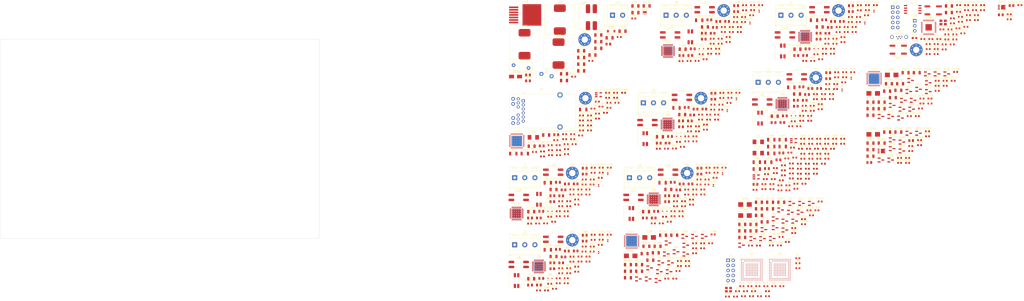
<source format=kicad_pcb>
(kicad_pcb (version 20211014) (generator pcbnew)
  (title_block (comment 4 "Stackup: JLC08161H-2116"))
  (layers (0 "F.Cu" signal) (1 "In1.Cu" power "In1.Cu_GND") (2 "In2.Cu" signal) (3 "In3.Cu" power "In3.Cu_PWR") (4 "In4.Cu" power "In4.Cu_GND") (5 "In5.Cu" signal) (6 "In6.Cu" power "In6.Cu_GND") (31 "B.Cu" signal) (34 "B.Paste" user) (35 "F.Paste" user) (36 "B.SilkS" user "B.Silkscreen") (37 "F.SilkS" user "F.Silkscreen") (38 "B.Mask" user) (39 "F.Mask" user) (44 "Edge.Cuts" user))
  (net 0 "")
  (net 1 "+3V3")
  (net 2 "GND")
  (net 3 "Net-(C2-Pad1)")
  (net 4 "Net-(C2-Pad2)")
  (net 5 "Net-(C3-Pad1)")
  (net 6 "Net-(C3-Pad2)")
  (net 7 "Net-(C5-Pad1)")
  (net 8 "/SJA1105Q Power/1V2_A")
  (net 9 "Net-(C8-Pad1)")
  (net 10 "/SJA1105Q Power/1V2_B")
  (net 11 "Net-(C27-Pad1)")
  (net 12 "Net-(C29-Pad1)")
  (net 13 "Net-(C39-Pad1)")
  (net 14 "Net-(C41-Pad1)")
  (net 15 "Net-(C51-Pad1)")
  (net 16 "Net-(C63-Pad1)")
  (net 17 "Net-(C74-Pad1)")
  (net 18 "Net-(C74-Pad2)")
  (net 19 "Net-(C75-Pad1)")
  (net 20 "Net-(C75-Pad2)")
  (net 21 "Net-(C76-Pad1)")
  (net 22 "Net-(C76-Pad2)")
  (net 23 "Net-(C77-Pad1)")
  (net 24 "Net-(C77-Pad2)")
  (net 25 "Net-(C78-Pad1)")
  (net 26 "Net-(C78-Pad2)")
  (net 27 "Net-(C79-Pad1)")
  (net 28 "Net-(C79-Pad2)")
  (net 29 "GNDPWR")
  (net 30 "Net-(C81-Pad1)")
  (net 31 "Net-(C82-Pad1)")
  (net 32 "Net-(C83-Pad1)")
  (net 33 "Net-(C84-Pad1)")
  (net 34 "Net-(C88-Pad1)")
  (net 35 "Net-(C88-Pad2)")
  (net 36 "Net-(C89-Pad1)")
  (net 37 "Net-(C89-Pad2)")
  (net 38 "Net-(C90-Pad1)")
  (net 39 "Net-(C90-Pad2)")
  (net 40 "Net-(C91-Pad1)")
  (net 41 "Net-(C91-Pad2)")
  (net 42 "Net-(C92-Pad1)")
  (net 43 "Net-(C92-Pad2)")
  (net 44 "Net-(C93-Pad1)")
  (net 45 "Net-(C93-Pad2)")
  (net 46 "Net-(C95-Pad1)")
  (net 47 "Net-(C96-Pad1)")
  (net 48 "Net-(C97-Pad1)")
  (net 49 "Net-(C100-Pad1)")
  (net 50 "Net-(C102-Pad1)")
  (net 51 "Net-(C102-Pad2)")
  (net 52 "Net-(C103-Pad1)")
  (net 53 "Net-(C103-Pad2)")
  (net 54 "Net-(C104-Pad1)")
  (net 55 "Net-(C104-Pad2)")
  (net 56 "Net-(C105-Pad1)")
  (net 57 "Net-(C105-Pad2)")
  (net 58 "Net-(C106-Pad1)")
  (net 59 "Net-(C106-Pad2)")
  (net 60 "Net-(C107-Pad1)")
  (net 61 "Net-(C107-Pad2)")
  (net 62 "Net-(C109-Pad1)")
  (net 63 "Net-(C110-Pad1)")
  (net 64 "Net-(C111-Pad1)")
  (net 65 "Net-(C112-Pad1)")
  (net 66 "Net-(C116-Pad1)")
  (net 67 "Net-(C116-Pad2)")
  (net 68 "Net-(C117-Pad1)")
  (net 69 "Net-(C117-Pad2)")
  (net 70 "Net-(C118-Pad1)")
  (net 71 "Net-(C118-Pad2)")
  (net 72 "Net-(C119-Pad1)")
  (net 73 "Net-(C119-Pad2)")
  (net 74 "Net-(C120-Pad1)")
  (net 75 "Net-(C120-Pad2)")
  (net 76 "Net-(C121-Pad1)")
  (net 77 "Net-(C121-Pad2)")
  (net 78 "Net-(C123-Pad1)")
  (net 79 "Net-(C124-Pad1)")
  (net 80 "Net-(C125-Pad1)")
  (net 81 "Net-(C126-Pad1)")
  (net 82 "Net-(C130-Pad1)")
  (net 83 "Net-(C130-Pad2)")
  (net 84 "Net-(C131-Pad1)")
  (net 85 "Net-(C131-Pad2)")
  (net 86 "Net-(C132-Pad1)")
  (net 87 "Net-(C132-Pad2)")
  (net 88 "Net-(C133-Pad1)")
  (net 89 "Net-(C133-Pad2)")
  (net 90 "Net-(C134-Pad1)")
  (net 91 "Net-(C134-Pad2)")
  (net 92 "Net-(C135-Pad1)")
  (net 93 "Net-(C135-Pad2)")
  (net 94 "Net-(C137-Pad1)")
  (net 95 "Net-(C138-Pad1)")
  (net 96 "Net-(C139-Pad1)")
  (net 97 "Net-(C140-Pad1)")
  (net 98 "Net-(C144-Pad1)")
  (net 99 "Net-(C144-Pad2)")
  (net 100 "Net-(C145-Pad1)")
  (net 101 "Net-(C145-Pad2)")
  (net 102 "Net-(C146-Pad1)")
  (net 103 "Net-(C146-Pad2)")
  (net 104 "Net-(C147-Pad1)")
  (net 105 "Net-(C147-Pad2)")
  (net 106 "Net-(C148-Pad1)")
  (net 107 "Net-(C148-Pad2)")
  (net 108 "Net-(C149-Pad1)")
  (net 109 "Net-(C149-Pad2)")
  (net 110 "Net-(C151-Pad1)")
  (net 111 "Net-(C152-Pad1)")
  (net 112 "Net-(C153-Pad1)")
  (net 113 "Net-(C154-Pad1)")
  (net 114 "Net-(C158-Pad1)")
  (net 115 "Net-(C158-Pad2)")
  (net 116 "Net-(C159-Pad1)")
  (net 117 "Net-(C159-Pad2)")
  (net 118 "Net-(C160-Pad1)")
  (net 119 "Net-(C160-Pad2)")
  (net 120 "Net-(C161-Pad1)")
  (net 121 "Net-(C161-Pad2)")
  (net 122 "Net-(C162-Pad1)")
  (net 123 "Net-(C162-Pad2)")
  (net 124 "Net-(C163-Pad1)")
  (net 125 "Net-(C163-Pad2)")
  (net 126 "Net-(C165-Pad1)")
  (net 127 "Net-(C166-Pad1)")
  (net 128 "Net-(C167-Pad1)")
  (net 129 "Net-(C168-Pad1)")
  (net 130 "Net-(C172-Pad2)")
  (net 131 "Net-(C173-Pad2)")
  (net 132 "Net-(C174-Pad2)")
  (net 133 "Net-(C175-Pad2)")
  (net 134 "Net-(C177-Pad1)")
  (net 135 "Net-(C179-Pad1)")
  (net 136 "/100Base-TX-PHY7/1V2")
  (net 137 "Net-(C190-Pad1)")
  (net 138 "MDI_PoDL_P_0")
  (net 139 "Net-(C192-Pad2)")
  (net 140 "Net-(C193-Pad2)")
  (net 141 "Net-(C194-Pad2)")
  (net 142 "Net-(C195-Pad1)")
  (net 143 "Net-(C195-Pad2)")
  (net 144 "MDI_PoDL_P_1")
  (net 145 "Net-(C196-Pad2)")
  (net 146 "Net-(C197-Pad2)")
  (net 147 "Net-(C198-Pad2)")
  (net 148 "Net-(C199-Pad1)")
  (net 149 "Net-(C199-Pad2)")
  (net 150 "MDI_PoDL_P_2")
  (net 151 "Net-(C200-Pad2)")
  (net 152 "Net-(C201-Pad2)")
  (net 153 "Net-(C202-Pad2)")
  (net 154 "Net-(C203-Pad1)")
  (net 155 "Net-(C203-Pad2)")
  (net 156 "MDI_PoDL_P_3")
  (net 157 "Net-(C204-Pad2)")
  (net 158 "Net-(C205-Pad2)")
  (net 159 "Net-(C206-Pad2)")
  (net 160 "Net-(C207-Pad1)")
  (net 161 "Net-(C207-Pad2)")
  (net 162 "MDI_PoDL_P_4")
  (net 163 "Net-(C208-Pad2)")
  (net 164 "Net-(C209-Pad2)")
  (net 165 "Net-(C210-Pad2)")
  (net 166 "Net-(C211-Pad1)")
  (net 167 "Net-(C211-Pad2)")
  (net 168 "+24V")
  (net 169 "Net-(C212-Pad2)")
  (net 170 "Net-(C213-Pad2)")
  (net 171 "REG0_LSNS0")
  (net 172 "MDI_PoDL_P_5")
  (net 173 "Net-(C215-Pad2)")
  (net 174 "Net-(C216-Pad2)")
  (net 175 "Net-(C217-Pad2)")
  (net 176 "Net-(C218-Pad1)")
  (net 177 "Net-(C218-Pad2)")
  (net 178 "MDI_PoDL_P_6")
  (net 179 "Net-(C219-Pad2)")
  (net 180 "Net-(C220-Pad2)")
  (net 181 "Net-(C221-Pad2)")
  (net 182 "Net-(C222-Pad1)")
  (net 183 "Net-(C222-Pad2)")
  (net 184 "Net-(C223-Pad2)")
  (net 185 "Net-(C224-Pad2)")
  (net 186 "REG1_LSNS0")
  (net 187 "Net-(C226-Pad1)")
  (net 188 "/System Controller/nRST")
  (net 189 "Net-(C238-Pad1)")
  (net 190 "Net-(C241-Pad1)")
  (net 191 "Net-(C242-Pad1)")
  (net 192 "Net-(C242-Pad2)")
  (net 193 "Net-(C243-Pad2)")
  (net 194 "Net-(C244-Pad1)")
  (net 195 "Net-(C244-Pad2)")
  (net 196 "Net-(C245-Pad1)")
  (net 197 "Net-(C245-Pad2)")
  (net 198 "Net-(C246-Pad1)")
  (net 199 "Net-(C246-Pad2)")
  (net 200 "Net-(C247-Pad1)")
  (net 201 "Net-(C247-Pad2)")
  (net 202 "Net-(C248-Pad1)")
  (net 203 "Net-(C249-Pad1)")
  (net 204 "Net-(C250-Pad1)")
  (net 205 "Net-(C253-Pad2)")
  (net 206 "Net-(C257-Pad1)")
  (net 207 "Net-(C257-Pad2)")
  (net 208 "Net-(C259-Pad1)")
  (net 209 "Net-(C259-Pad2)")
  (net 210 "Net-(C261-Pad1)")
  (net 211 "Net-(C261-Pad2)")
  (net 212 "Net-(C263-Pad1)")
  (net 213 "Net-(C263-Pad2)")
  (net 214 "Net-(C265-Pad1)")
  (net 215 "Net-(C265-Pad2)")
  (net 216 "Net-(C267-Pad1)")
  (net 217 "Net-(C267-Pad2)")
  (net 218 "Net-(C269-Pad1)")
  (net 219 "Net-(C269-Pad2)")
  (net 220 "Net-(D1-Pad1)")
  (net 221 "Net-(D2-Pad1)")
  (net 222 "Net-(D6-Pad1)")
  (net 223 "Net-(D7-Pad1)")
  (net 224 "Net-(D11-Pad1)")
  (net 225 "Net-(D12-Pad1)")
  (net 226 "Net-(D16-Pad1)")
  (net 227 "Net-(D17-Pad1)")
  (net 228 "Net-(D21-Pad1)")
  (net 229 "Net-(D22-Pad1)")
  (net 230 "Net-(D26-Pad1)")
  (net 231 "Net-(D27-Pad1)")
  (net 232 "Net-(D31-Pad1)")
  (net 233 "Net-(D32-Pad1)")
  (net 234 "Net-(D37-Pad2)")
  (net 235 "Net-(D38-Pad2)")
  (net 236 "Net-(D40-Pad2)")
  (net 237 "Net-(D41-Pad2)")
  (net 238 "Net-(D43-Pad2)")
  (net 239 "Net-(D44-Pad2)")
  (net 240 "Net-(D46-Pad2)")
  (net 241 "Net-(D47-Pad2)")
  (net 242 "Net-(D49-Pad2)")
  (net 243 "Net-(D50-Pad2)")
  (net 244 "Net-(D52-Pad2)")
  (net 245 "Net-(D53-Pad2)")
  (net 246 "Net-(D55-Pad2)")
  (net 247 "Net-(D56-Pad2)")
  (net 248 "Net-(D57-Pad2)")
  (net 249 "Net-(D58-Pad2)")
  (net 250 "Net-(F1-Pad1)")
  (net 251 "Net-(J1-Pad2)")
  (net 252 "Net-(J1-Pad4)")
  (net 253 "Net-(J1-Pad6)")
  (net 255 "Net-(J1-Pad8)")
  (net 256 "Net-(J1-Pad10)")
  (net 257 "Net-(J9-Pad2)")
  (net 258 "Net-(J9-Pad3)")
  (net 259 "Net-(J9-Pad4)")
  (net 260 "Net-(J9-Pad5)")
  (net 261 "Net-(J9-Pad8)")
  (net 262 "Net-(J9-Pad9)")
  (net 263 "Net-(J9-Pad10)")
  (net 264 "Net-(J9-Pad11)")
  (net 265 "Net-(J9-Pad13)")
  (net 266 "Net-(J9-Pad15)")
  (net 267 "/System Controller/UART0_TXD")
  (net 268 "/System Controller/UART0_RXD")
  (net 269 "/System Controller/CON_USB-")
  (net 270 "/System Controller/CON_USB+")
  (net 271 "Net-(J12-Pad2)")
  (net 272 "Net-(J12-Pad4)")
  (net 276 "Net-(L1-Pad2)")
  (net 277 "Net-(L2-Pad2)")
  (net 278 "MDI_PoDL_N_0")
  (net 279 "MDI_PoDL_N_1")
  (net 280 "MDI_PoDL_N_2")
  (net 281 "MDI_PoDL_N_3")
  (net 282 "MDI_PoDL_N_4")
  (net 283 "MDI_PoDL_N_5")
  (net 284 "MDI_PoDL_N_6")
  (net 285 "Net-(L24-Pad2)")
  (net 286 "Net-(Q1-Pad2)")
  (net 287 "MDI_SSCPI_0")
  (net 288 "Net-(Q4-Pad1)")
  (net 289 "Net-(Q4-Pad3)")
  (net 290 "Net-(Q7-Pad2)")
  (net 291 "MDI_SSCPI_1")
  (net 292 "Net-(Q10-Pad1)")
  (net 293 "Net-(Q10-Pad3)")
  (net 294 "Net-(Q13-Pad2)")
  (net 295 "MDI_SSCPI_2")
  (net 296 "Net-(Q16-Pad1)")
  (net 297 "Net-(Q16-Pad3)")
  (net 298 "Net-(Q19-Pad2)")
  (net 299 "MDI_SSCPI_3")
  (net 300 "Net-(Q22-Pad1)")
  (net 301 "Net-(Q22-Pad3)")
  (net 302 "Net-(Q25-Pad2)")
  (net 303 "MDI_SSCPI_4")
  (net 304 "Net-(Q28-Pad1)")
  (net 305 "Net-(Q28-Pad3)")
  (net 306 "Net-(Q31-Pad4)")
  (net 307 "Net-(Q32-Pad2)")
  (net 308 "MDI_SSCPI_5")
  (net 309 "Net-(Q35-Pad1)")
  (net 310 "Net-(Q35-Pad3)")
  (net 311 "Net-(Q38-Pad2)")
  (net 312 "MDI_SSCPI_6")
  (net 313 "Net-(Q41-Pad1)")
  (net 314 "Net-(Q41-Pad3)")
  (net 315 "Net-(Q44-Pad4)")
  (net 316 "Net-(R1-Pad1)")
  (net 317 "Net-(R1-Pad2)")
  (net 318 "Net-(R2-Pad1)")
  (net 319 "Net-(R2-Pad2)")
  (net 320 "Net-(R3-Pad1)")
  (net 321 "Net-(R3-Pad2)")
  (net 322 "Net-(R4-Pad1)")
  (net 323 "Net-(R4-Pad2)")
  (net 324 "Net-(R5-Pad1)")
  (net 325 "Net-(R5-Pad2)")
  (net 326 "Net-(R6-Pad1)")
  (net 327 "Net-(R6-Pad2)")
  (net 328 "Net-(R7-Pad1)")
  (net 329 "Net-(R7-Pad2)")
  (net 330 "Net-(R8-Pad1)")
  (net 331 "Net-(R8-Pad2)")
  (net 332 "Net-(R9-Pad1)")
  (net 333 "Net-(R9-Pad2)")
  (net 334 "Net-(R10-Pad1)")
  (net 335 "Net-(R10-Pad2)")
  (net 336 "Net-(R11-Pad1)")
  (net 337 "Net-(R11-Pad2)")
  (net 338 "25MHz_REFCLK")
  (net 339 "Net-(R14-Pad2)")
  (net 340 "Net-(R19-Pad1)")
  (net 341 "Net-(R20-Pad1)")
  (net 342 "Net-(R21-Pad1)")
  (net 343 "Net-(R22-Pad1)")
  (net 344 "Net-(R22-Pad2)")
  (net 345 "Net-(R24-Pad2)")
  (net 346 "Net-(R25-Pad1)")
  (net 347 "Net-(R25-Pad2)")
  (net 348 "Net-(R26-Pad1)")
  (net 349 "Net-(R27-Pad1)")
  (net 350 "Net-(R27-Pad2)")
  (net 351 "Net-(R28-Pad1)")
  (net 352 "Net-(R28-Pad2)")
  (net 353 "Net-(R30-Pad1)")
  (net 354 "Net-(R31-Pad1)")
  (net 355 "Net-(R33-Pad1)")
  (net 356 "Net-(R33-Pad2)")
  (net 357 "Net-(R36-Pad1)")
  (net 358 "Net-(R36-Pad2)")
  (net 359 "Net-(R37-Pad1)")
  (net 360 "Net-(R37-Pad2)")
  (net 361 "Net-(R38-Pad1)")
  (net 362 "Net-(R38-Pad2)")
  (net 363 "Net-(R44-Pad1)")
  (net 364 "Net-(R45-Pad1)")
  (net 365 "Net-(R46-Pad1)")
  (net 366 "Net-(R47-Pad1)")
  (net 367 "Net-(R48-Pad1)")
  (net 368 "Net-(R48-Pad2)")
  (net 369 "Net-(R50-Pad2)")
  (net 370 "Net-(R51-Pad1)")
  (net 371 "Net-(R51-Pad2)")
  (net 372 "Net-(R52-Pad1)")
  (net 373 "Net-(R53-Pad1)")
  (net 374 "Net-(R53-Pad2)")
  (net 375 "Net-(R54-Pad1)")
  (net 376 "Net-(R54-Pad2)")
  (net 377 "Net-(R56-Pad1)")
  (net 378 "Net-(R57-Pad1)")
  (net 379 "Net-(R59-Pad1)")
  (net 380 "Net-(R59-Pad2)")
  (net 381 "Net-(R62-Pad1)")
  (net 382 "Net-(R62-Pad2)")
  (net 383 "Net-(R63-Pad1)")
  (net 384 "Net-(R63-Pad2)")
  (net 385 "Net-(R64-Pad1)")
  (net 386 "Net-(R64-Pad2)")
  (net 387 "Net-(R70-Pad1)")
  (net 388 "Net-(R71-Pad1)")
  (net 389 "Net-(R72-Pad1)")
  (net 390 "Net-(R73-Pad1)")
  (net 391 "Net-(R74-Pad1)")
  (net 392 "Net-(R74-Pad2)")
  (net 393 "Net-(R76-Pad2)")
  (net 394 "Net-(R77-Pad1)")
  (net 395 "Net-(R77-Pad2)")
  (net 396 "Net-(R78-Pad1)")
  (net 397 "Net-(R79-Pad1)")
  (net 398 "Net-(R79-Pad2)")
  (net 399 "Net-(R80-Pad1)")
  (net 400 "Net-(R80-Pad2)")
  (net 401 "Net-(R82-Pad1)")
  (net 402 "Net-(R83-Pad1)")
  (net 403 "Net-(R85-Pad1)")
  (net 404 "Net-(R85-Pad2)")
  (net 405 "Net-(R88-Pad1)")
  (net 406 "Net-(R88-Pad2)")
  (net 407 "Net-(R89-Pad1)")
  (net 408 "Net-(R89-Pad2)")
  (net 409 "Net-(R90-Pad1)")
  (net 410 "Net-(R90-Pad2)")
  (net 411 "Net-(R96-Pad1)")
  (net 412 "Net-(R97-Pad1)")
  (net 413 "Net-(R103-Pad1)")
  (net 414 "Net-(R99-Pad1)")
  (net 415 "Net-(R100-Pad1)")
  (net 416 "Net-(R101-Pad1)")
  (net 417 "Net-(R101-Pad2)")
  (net 418 "Net-(R103-Pad2)")
  (net 419 "Net-(R104-Pad1)")
  (net 420 "Net-(R104-Pad2)")
  (net 421 "Net-(R105-Pad1)")
  (net 422 "Net-(R106-Pad1)")
  (net 423 "Net-(R106-Pad2)")
  (net 424 "Net-(R107-Pad1)")
  (net 425 "Net-(R107-Pad2)")
  (net 426 "Net-(R109-Pad1)")
  (net 427 "Net-(R110-Pad1)")
  (net 428 "Net-(R112-Pad1)")
  (net 429 "Net-(R112-Pad2)")
  (net 430 "Net-(R115-Pad1)")
  (net 431 "Net-(R115-Pad2)")
  (net 432 "Net-(R116-Pad1)")
  (net 433 "Net-(R116-Pad2)")
  (net 434 "Net-(R117-Pad1)")
  (net 435 "Net-(R117-Pad2)")
  (net 436 "Net-(R123-Pad1)")
  (net 437 "Net-(R124-Pad1)")
  (net 438 "Net-(R125-Pad1)")
  (net 439 "Net-(R126-Pad1)")
  (net 440 "Net-(R127-Pad1)")
  (net 441 "Net-(R127-Pad2)")
  (net 442 "Net-(R129-Pad2)")
  (net 443 "Net-(R130-Pad1)")
  (net 444 "Net-(R130-Pad2)")
  (net 445 "Net-(R131-Pad1)")
  (net 446 "Net-(R132-Pad1)")
  (net 447 "Net-(R132-Pad2)")
  (net 448 "Net-(R133-Pad1)")
  (net 449 "Net-(R133-Pad2)")
  (net 450 "Net-(R135-Pad1)")
  (net 451 "Net-(R136-Pad1)")
  (net 452 "Net-(R138-Pad1)")
  (net 453 "Net-(R138-Pad2)")
  (net 454 "Net-(R141-Pad1)")
  (net 455 "Net-(R141-Pad2)")
  (net 456 "Net-(R142-Pad1)")
  (net 457 "Net-(R142-Pad2)")
  (net 458 "Net-(R143-Pad1)")
  (net 459 "Net-(R143-Pad2)")
  (net 460 "Net-(R149-Pad1)")
  (net 461 "Net-(R150-Pad1)")
  (net 462 "Net-(R151-Pad1)")
  (net 463 "Net-(R152-Pad1)")
  (net 464 "Net-(R153-Pad1)")
  (net 465 "Net-(R154-Pad1)")
  (net 466 "Net-(R154-Pad2)")
  (net 467 "Net-(R156-Pad2)")
  (net 468 "Net-(R157-Pad1)")
  (net 469 "Net-(R157-Pad2)")
  (net 470 "Net-(R158-Pad1)")
  (net 471 "Net-(R159-Pad1)")
  (net 472 "Net-(R159-Pad2)")
  (net 473 "Net-(R160-Pad1)")
  (net 474 "Net-(R160-Pad2)")
  (net 475 "Net-(R162-Pad1)")
  (net 476 "Net-(R163-Pad1)")
  (net 477 "Net-(R165-Pad1)")
  (net 478 "Net-(R165-Pad2)")
  (net 479 "Net-(R168-Pad1)")
  (net 480 "Net-(R168-Pad2)")
  (net 481 "Net-(R169-Pad1)")
  (net 482 "Net-(R169-Pad2)")
  (net 483 "Net-(R170-Pad1)")
  (net 484 "Net-(R170-Pad2)")
  (net 485 "Net-(R176-Pad1)")
  (net 486 "Net-(R177-Pad1)")
  (net 487 "Net-(R178-Pad1)")
  (net 488 "Net-(R179-Pad1)")
  (net 489 "Net-(R180-Pad1)")
  (net 490 "Net-(R181-Pad1)")
  (net 491 "Net-(R181-Pad2)")
  (net 492 "Net-(R183-Pad2)")
  (net 493 "Net-(R184-Pad1)")
  (net 494 "Net-(R184-Pad2)")
  (net 495 "Net-(R185-Pad1)")
  (net 496 "Net-(R186-Pad1)")
  (net 497 "Net-(R186-Pad2)")
  (net 498 "Net-(R187-Pad1)")
  (net 499 "Net-(R187-Pad2)")
  (net 500 "Net-(R189-Pad1)")
  (net 501 "Net-(R190-Pad1)")
  (net 502 "Net-(R192-Pad1)")
  (net 503 "Net-(R192-Pad2)")
  (net 504 "Net-(R195-Pad1)")
  (net 505 "Net-(R195-Pad2)")
  (net 506 "Net-(R196-Pad1)")
  (net 507 "Net-(R196-Pad2)")
  (net 508 "Net-(R197-Pad1)")
  (net 509 "Net-(R197-Pad2)")
  (net 510 "Net-(R201-Pad2)")
  (net 511 "Net-(R202-Pad2)")
  (net 512 "Net-(R203-Pad2)")
  (net 513 "Net-(R204-Pad2)")
  (net 514 "Net-(R205-Pad2)")
  (net 515 "Net-(R206-Pad2)")
  (net 516 "Net-(R207-Pad2)")
  (net 517 "Net-(R208-Pad1)")
  (net 518 "Net-(R208-Pad2)")
  (net 519 "Net-(R209-Pad1)")
  (net 520 "Net-(R209-Pad2)")
  (net 521 "Net-(R210-Pad2)")
  (net 522 "Net-(R211-Pad2)")
  (net 523 "Net-(R212-Pad2)")
  (net 524 "Net-(R213-Pad1)")
  (net 525 "Net-(R213-Pad2)")
  (net 526 "Net-(R214-Pad1)")
  (net 527 "Net-(R214-Pad2)")
  (net 528 "Net-(R215-Pad1)")
  (net 529 "Net-(R215-Pad2)")
  (net 530 "Net-(R216-Pad1)")
  (net 531 "Net-(R216-Pad2)")
  (net 532 "Net-(R217-Pad1)")
  (net 533 "Net-(R217-Pad2)")
  (net 534 "Net-(R218-Pad1)")
  (net 535 "Net-(R218-Pad2)")
  (net 536 "I2C_SCK")
  (net 537 "I2C_SDA")
  (net 538 "MDI_SSCPO_0")
  (net 539 "Net-(R230-Pad1)")
  (net 540 "MDI_SSCPO_1")
  (net 541 "Net-(R239-Pad1)")
  (net 542 "MDI_SSCPO_2")
  (net 543 "Net-(R248-Pad1)")
  (net 544 "MDI_SSCPO_3")
  (net 545 "Net-(R257-Pad1)")
  (net 546 "MDI_SSCPO_4")
  (net 547 "Net-(R266-Pad1)")
  (net 548 "Net-(R269-Pad1)")
  (net 549 "MDI_SSCPO_5")
  (net 550 "Net-(R277-Pad1)")
  (net 551 "MDI_SSCPO_6")
  (net 552 "Net-(R286-Pad1)")
  (net 553 "Net-(R289-Pad1)")
  (net 554 "/System Controller/RP_USB+")
  (net 555 "Net-(R293-Pad1)")
  (net 556 "SPI0_SCK")
  (net 557 "Net-(R294-Pad1)")
  (net 558 "SPI0_MOSI")
  (net 559 "Net-(R295-Pad1)")
  (net 560 "SPI0_SS0")
  (net 561 "/System Controller/RP_USB-")
  (net 562 "Net-(R297-Pad1)")
  (net 563 "SPI0_SS1")
  (net 564 "Net-(R298-Pad1)")
  (net 565 "SPI0_SS2")
  (net 566 "Net-(R299-Pad1)")
  (net 567 "SPI0_SS3")
  (net 568 "Net-(R300-Pad1)")
  (net 569 "GLOBAL_RESET")
  (net 570 "Net-(R301-Pad1)")
  (net 571 "Net-(R302-Pad1)")
  (net 572 "Net-(R303-Pad1)")
  (net 573 "Net-(R304-Pad1)")
  (net 574 "Net-(R306-Pad1)")
  (net 575 "Net-(R307-Pad1)")
  (net 576 "Net-(R308-Pad2)")
  (net 577 "Net-(R309-Pad1)")
  (net 578 "Net-(R310-Pad1)")
  (net 579 "Net-(R311-Pad1)")
  (net 580 "PoDL_AUTO")
  (net 581 "/System Controller/SS")
  (net 582 "Net-(R312-Pad2)")
  (net 583 "Net-(R313-Pad1)")
  (net 584 "Net-(R317-Pad2)")
  (net 606 "Net-(U1-PadN3)")
  (net 607 "Net-(U1-PadN4)")
  (net 610 "SPI0_MISO")
  (net 763 "/System Controller/SD3")
  (net 764 "/System Controller/SCLK")
  (net 765 "/System Controller/SD0")
  (net 766 "/System Controller/SD2")
  (net 767 "/System Controller/SD1")
  (footprint "Capacitor_SMD:C_0805_2012Metric" (layer "F.Cu") (at 384.47 128.61)
    (fp_text reference "C135")
    (fp_text value "10n")
  )
  (footprint "Capacitor_SMD:C_0603_1608Metric" (layer "F.Cu") (at 398.38 98.79)
    (fp_text reference "C127")
    (fp_text value "100n")
  )
  (footprint "Capacitor_SMD:C_0603_1608Metric" (layer "F.Cu") (at 523.36 55.13)
    (fp_text reference "C235")
    (fp_text value "100n")
  )
  (footprint "Capacitor_SMD:C_0603_1608Metric" (layer "F.Cu") (at 467.33 54.78)
    (fp_text reference "C115")
    (fp_text value "100n")
  )
  (footprint "Resistor_SMD:R_0603_1608Metric" (layer "F.Cu") (at 436.71 153.56)
    (fp_text reference "R257")
    (fp_text value "10K")
  )
  (footprint "Resistor_SMD:R_0603_1608Metric" (layer "F.Cu") (at 329.84 170.07)
    (fp_text reference "R47")
    (fp_text value "4K7")
  )
  (footprint "Capacitor_SMD:C_0805_2012Metric" (layer "F.Cu") (at 380.24 102.2)
    (fp_text reference "C120")
    (fp_text value "10n")
  )
  (footprint "Capacitor_SMD:C_0805_2012Metric" (layer "F.Cu") (at 402.83 47)
    (fp_text reference "C160")
    (fp_text value "220n")
  )
  (footprint "Capacitor_SMD:C_0603_1608Metric" (layer "F.Cu") (at 405.25 90.39)
    (fp_text reference "C264")
    (fp_text value "10p")
  )
  (footprint "Resistor_SMD:R_0805_2012Metric" (layer "F.Cu") (at 453.62 58.16)
    (fp_text reference "R92")
    (fp_text value "100")
  )
  (footprint "Capacitor_SMD:C_0603_1608Metric" (layer "F.Cu") (at 456.44 99.99)
    (fp_text reference "C14")
    (fp_text value "100n")
  )
  (footprint "Resistor_SMD:R_0805_2012Metric" (layer "F.Cu") (at 314.69 67.96)
    (fp_text reference "R314")
    (fp_text value "1R0")
  )
  (footprint "Resistor_SMD:R_0603_1608Metric" (layer "F.Cu") (at 434.75 179.07)
    (fp_text reference "R7")
    (fp_text value "22")
  )
  (footprint "Capacitor_SMD:C_0603_1608Metric" (layer "F.Cu") (at 480.82 35.48)
    (fp_text reference "C109")
    (fp_text value "680n")
  )
  (footprint "Resistor_SMD:R_0603_1608Metric" (layer "F.Cu") (at 398.32 125.48)
    (fp_text reference "R126")
    (fp_text value "4K7")
  )
  (footprint "Resistor_SMD:R_0603_1608Metric" (layer "F.Cu") (at 339.12 133.01)
    (fp_text reference "R158")
    (fp_text value "5K1")
  )
  (footprint "Package_TO_SOT_SMD:SOT-23" (layer "F.Cu") (at 456.72 132.47)
    (fp_text reference "Q21")
    (fp_text value "MMBT3904")
  )
  (footprint "Button_Switch_SMD:SW_Push_1P1T_NO_CK_KSC6xxJ" (layer "F.Cu") (at 517.86 35.51)
    (fp_text reference "SW2")
    (fp_text value "USB_PGM")
  )
  (footprint "Capacitor_SMD:C_1206_3216Metric" (layer "F.Cu") (at 380.84 99.02)
    (fp_text reference "C122")
    (fp_text value "1u")
  )
  (footprint "Resistor_SMD:R_0603_1608Metric" (layer "F.Cu") (at 388.66 131.37)
    (fp_text reference "R142")
    (fp_text value "22")
  )
  (footprint "Package_SO:SOIC-8_5.23x5.23mm_P1.27mm" (layer "F.Cu") (at 507.61 35.02)
    (fp_text reference "U17")
    (fp_text value "IS25LP128F-JBLE")
  )
  (footprint "Package_TO_SOT_SMD:SOT-23" (layer "F.Cu") (at 497.27 83.24)
    (fp_text reference "Q41")
    (fp_text value "DMG3414U")
  )
  (footprint "Resistor_SMD:R_0603_1608Metric" (layer "F.Cu") (at 388.08 104.9)
    (fp_text reference "R99")
    (fp_text value "1K")
  )
  (footprint "ICI70CGI:ICI70CGI" (layer "F.Cu") (at 384.895 116.805)
    (fp_text reference "L16")
    (fp_text value "ICI70CGI-222")
  )
  (footprint "Capacitor_SMD:C_0603_1608Metric" (layer "F.Cu") (at 441 123.39)
    (fp_text reference "C39")
    (fp_text value "100n")
  )
  (footprint "MountingHole:MountingHole_3.2mm_M3_Pad_Via" (layer "F.Cu") (at 459 69.29)
    (fp_text reference "H1")
    (fp_text value "CHASSIS_PE")
  )
  (footprint "ADIN1100:LFCSP-40_EP_TheramVias" (layer "F.Cu") (at 453.64 48.81)
    (fp_text reference "U7")
    (fp_text value "ADIN1100")
  )
  (footprint "Capacitor_SMD:C_0603_1608Metric" (layer "F.Cu") (at 519.85 70.89)
    (fp_text reference "C221")
    (fp_text value "2n2")
  )
  (footprint "UCLAMP3311P:SLP1006P2" (layer "F.Cu") (at 476.76 69.6)
    (fp_text reference "D4")
    (fp_text value "UCLAMP3311P")
  )
  (footprint "Resistor_SMD:R_1206_3216Metric" (layer "F.Cu") (at 422.12 149.57)
    (fp_text reference "R244")
    (fp_text value "20")
  )
  (footprint "Package_TO_SOT_SMD:SOT-23" (layer "F.Cu") (at 443.48 141.37)
    (fp_text reference "Q22")
    (fp_text value "DMG3414U")
  )
  (footprint "Resistor_SMD:R_0603_1608Metric" (layer "F.Cu") (at 534.26 43.77)
    (fp_text reference "R313")
    (fp_text value "470")
  )
  (footprint "Resistor_SMD:R_1206_3216Metric" (layer "F.Cu") (at 486.41 81.63)
    (fp_text reference "R276")
    (fp_text value "5")
  )
  (footprint "Inductor_SMD:L_1206_3216Metric" (layer "F.Cu") (at 382.17 122.09)
    (fp_text reference "FB13")
    (fp_text value "FerriteBead")
  )
  (footprint "Resistor_SMD:R_0603_1608Metric" (layer "F.Cu") (at 412.96 114.5)
    (fp_text reference "R127")
    (fp_text value "10K2")
  )
  (footprint "Capacitor_SMD:C_0603_1608Metric" (layer "F.Cu") (at 447.93 147.36)
    (fp_text reference "C202")
    (fp_text value "2n2")
  )
  (footprint "Resistor_SMD:R_0603_1608Metric" (layer "F.Cu") (at 459.07 57.54)
    (fp_text reference "R90")
    (fp_text value "22")
  )
  (footprint "Resistor_SMD:R_0603_1608Metric" (layer "F.Cu") (at 466.86 77.55)
    (fp_text reference "R28")
    (fp_text value "22")
  )
  (footprint "Capacitor_SMD:C_0603_1608Metric" (layer "F.Cu") (at 408.95 114.5)
    (fp_text reference "C139")
    (fp_text value "100n")
  )
  (footprint "Capacitor_SMD:C_0603_1608Metric" (layer "F.Cu") (at 441 125.9)
    (fp_text reference "C51")
    (fp_text value "100n")
  )
  (footprint "Resistor_SMD:R_0603_1608Metric" (layer "F.Cu") (at 336.71 127.97)
    (fp_text reference "R161")
    (fp_text value "5K1")
  )
  (footprint "Resistor_SMD:R_1206_3216Metric" (layer "F.Cu") (at 385.05 125.46)
    (fp_text reference "R144")
    (fp_text value "4M7")
  )
  (footprint "Capacitor_SMD:C_0603_1608Metric" (layer "F.Cu") (at 468.47 99.99)
    (fp_text reference "C69")
    (fp_text value "100n")
  )
  (footprint "Resistor_SMD:R_1206_3216Metric" (layer "F.Cu") (at 373.15 157.69)
    (fp_text reference "R224")
    (fp_text value "0R24")
  )
  (footprint "LED_SMD:LED_0603_1608Metric" (layer "F.Cu") (at 458.84 77.57)
    (fp_text reference "D2")
    (fp_text value "LED")
  )
  (footprint "Capacitor_SMD:C_0603_1608Metric" (layer "F.Cu") (at 511.02 100.71)
    (fp_text reference "C212")
    (fp_text value "1n")
  )
  (footprint "Resistor_SMD:R_0603_1608Metric" (layer "F.Cu") (at 360.43 48.89)
    (fp_text reference "R318")
    (fp_text value "3K")
  )
  (footprint "Package_TO_SOT_SMD:SOT-23" (layer "F.Cu") (at 497.27 100.52)
    (fp_text reference "Q30")
    (fp_text value "MMBT3904")
  )
  (footprint "Capacitor_SMD:C_0603_1608Metric" (layer "F.Cu") (at 456.51 110.03)
    (fp_text reference "C70")
    (fp_text value "100n")
  )
  (footprint "MSS1583:MSS1583" (layer "F.Cu") (at 330.01 57.21)
    (fp_text reference "L26")
    (fp_text value "MSS1583-103MED")
  )
  (footprint "Inductor_SMD:L_1206_3216Metric" (layer "F.Cu") (at 442.4 100.46)
    (fp_text reference "FB7")
    (fp_text value "782763301")
  )
  (footprint "Capacitor_SMD:C_0603_1608Metric" (layer "F.Cu") (at 433.68 120.26)
    (fp_text reference "C53")
    (fp_text value "100n")
  )
  (footprint "Resistor_SMD:R_0805_2012Metric" (layer "F.Cu") (at 343.09 117.73)
    (fp_text reference "R166")
    (fp_text value "0")
  )
  (footprint "Capacitor_SMD:C_0603_1608Metric" (layer "F.Cu") (at 530.25 44.55)
    (fp_text reference "C239")
    (fp_text value "100n")
  )
  (footprint "Capacitor_SMD:C_1206_3216Metric" (layer "F.Cu") (at 341.36 59.19)
    (fp_text reference "C250")
    (fp_text value "47u")
  )
  (footprint "Resistor_SMD:R_0603_1608Metric" (layer "F.Cu") (at 450 162.51)
    (fp_text reference "R5")
    (fp_text value "22")
  )
  (footprint "Package_TO_SOT_SMD:SOT-23" (layer "F.Cu") (at 384.91 152.31)
    (fp_text reference "Q2")
    (fp_text value "MMBTA06")
  )
  (footprint "Capacitor_SMD:C_0603_1608Metric" (layer "F.Cu") (at 432.98 125.28)
    (fp_text reference "C58")
    (fp_text value "100n")
  )
  (footprint "Resistor_SMD:R_0603_1608Metric" (layer "F.Cu") (at 419.75 176.56)
    (fp_text reference "R1")
    (fp_text value "22")
  )
  (footprint "Capacitor_SMD:C_0603_1608Metric" (layer "F.Cu") (at 432.98 122.77)
    (fp_text reference "C44")
    (fp_text value "100n")
  )
  (footprint "Resistor_SMD:R_0603_1608Metric" (layer "F.Cu") (at 452.82 142.91)
    (fp_text reference "R246")
    (fp_text value "5K")
  )
  (footprint "Capacitor_SMD:C_0603_1608Metric" (layer "F.Cu") (at 391.41 136.39)
    (fp_text reference "C141")
    (fp_text value "100n")
  )
  (footprint "Resistor_SMD:R_0603_1608Metric" (layer "F.Cu") (at 418.72 41.36)
    (fp_text reference "R176")
    (fp_text value "470")
  )
  (footprint "Resistor_SMD:R_0603_1608Metric" (layer "F.Cu") (at 401.24 87.86)
    (fp_text reference "R97")
    (fp_text value "470")
  )
  (footprint "Capacitor_SMD:C_0603_1608Metric" (layer "F.Cu") (at 449.02 122.58)
    (fp_text reference "C68")
    (fp_text value "100n")
  )
  (footprint "Capacitor_SMD:C_0603_1608Metric" (layer "F.Cu") (at 353.54 86.94)
    (fp_text reference "C184")
    (fp_text value "100n")
  )
  (footprint "Resistor_SMD:R_0603_1608Metric" (layer "F.Cu") (at 457.2 83.43)
    (fp_text reference "R38")
    (fp_text value "22")
  )
  (footprint "Capacitor_SMD:C_0603_1608Metric" (layer "F.Cu") (at 447.28 104.44)
    (fp_text reference "C16")
    (fp_text value "100n")
  )
  (footprint "Package_TO_SOT_SMD:Vishay_PowerPAK_SC70-6L_Single" (layer "F.Cu") (at 373.25 36.73)
    (fp_text reference "Q45")
    (fp_text value "SiA449DJ")
  )
  (footprint "Resistor_SMD:R_1206_3216Metric" (layer "F.Cu") (at 501.27 72.38)
    (fp_text reference "R287")
    (fp_text value "5")
  )
  (footprint "Resistor_SMD:R_0603_1608Metric" (layer "F.Cu") (at 512.22 79.79)
    (fp_text reference "R284")
    (fp_text value "5K")
  )
  (footprint "Inductor_SMD:L_1206_3216Metric" (layer "F.Cu") (at 442.4 103.91)
    (fp_text reference "FB2")
    (fp_text value "782763301")
  )
  (footprint "Resistor_SMD:R_0603_1608Metric" (layer "F.Cu") (at 405.76 54.78)
    (fp_text reference "R183")
    (fp_text value "22")
  )
  (footprint "Capacitor_SMD:C_0603_1608Metric" (layer "F.Cu") (at 446.75 117.43)
    (fp_text reference "C40")
    (fp_text value "1u")
  )
  (footprint "Capacitor_SMD:C_0603_1608Metric" (layer "F.Cu") (at 454.77 120.07)
    (fp_text reference "C42")
    (fp_text value "100n")
  )
  (footprint "Capacitor_SMD:C_1206_3216Metric" (layer "F.Cu") (at 332.76 67.41)
    (fp_text reference "C255")
    (fp_text value "22u")
  )
  (footprint "Resistor_SMD:R_0603_1608Metric" (layer "F.Cu") (at 340.72 125.48)
    (fp_text reference "R149")
    (fp_text value "470")
  )
  (footprint "Resistor_SMD:R_0603_1608Metric" (layer "F.Cu") (at 331.1 165.05)
    (fp_text reference "R62")
    (fp_text value "22")
  )
  (footprint "Capacitor_SMD:C_0603_1608Metric" (layer "F.Cu") (at 351.39 148.18)
    (fp_text reference "C101")
    (fp_text value "100n")
  )
  (footprint "BAT54:SOT-23-DIODE" (layer "F.Cu") (at 381.27 162.31)
    (fp_text reference "D40")
    (fp_text value "BAT54")
  )
  (footprint "Resistor_SMD:R_1206_3216Metric" (layer "F.Cu") (at 436.08 131.89)
    (fp_text reference "R249")
    (fp_text value "5")
  )
  (footprint "Capacitor_SMD:C_0603_1608Metric" (layer "F.Cu") (at 452.5 107.52)
    (fp_text reference "C71")
    (fp_text value "100n")
  )
  (footprint "ADIN1100:LFCSP-40_EP_TheramVias" (layer "F.Cu") (at 320.16 164.1)
    (fp_text reference "U6")
    (fp_text value "ADIN1100")
  )
  (footprint "Capacitor_SMD:C_0603_1608Metric" (layer "F.Cu") (at 396.68 130.56)
    (fp_text reference "C143")
    (fp_text value "100n")
  )
  (footprint "Resistor_SMD:R_0603_1608Metric" (layer "F.Cu") (at 392.67 133.87)
    (fp_text reference "R130")
    (fp_text value "22")
  )
  (footprint "TerminalBlock_RND:TerminalBlock_RND_205-00288_1x03_P5.08mm_Horizontal" (layer "F.Cu") (at 308 119.57)
    (fp_text reference "J7")
    (fp_text value "PHY5_MDI")
  )
  (footprint "UCLAMP3311P:SLP1006P2" (layer "F.Cu") (at 430.59 35.92)
    (fp_text reference "D34")
    (fp_text value "UCLAMP3311P")
  )
  (footprint "Resistor_SMD:R_0603_1608Metric" (layer "F.Cu") (at 389.89 166.42)
    (fp_text reference "R228")
    (fp_text value "5K")
  )
  (footprint "Inductor_SMD:L_1206_3216Metric" (layer "F.Cu") (at 324.61 155.77)
    (fp_text reference "FB10")
    (fp_text value "FerriteBead")
  )
  (footprint "Resistor_SMD:R_0603_1608Metric" (layer "F.Cu") (at 340.72 127.99)
    (fp_text reference "R154")
    (fp_text value "10K2")
  )
  (footprint "Capacitor_SMD:C_0805_2012Metric" (layer "F.Cu") (at 449.19 58.19)
    (fp_text reference "C107")
    (fp_text value "10n")
  )
  (footprint "Resistor_SMD:R_0805_2012Metric" (layer "F.Cu") (at 331.34 162.31)
    (fp_text reference "R67")
    (fp_text value "100")
  )
  (footprint "Capacitor_SMD:C_0603_1608Metric" (layer "F.Cu") (at 520.7 49.93)
    (fp_text reference "C233")
    (fp_text value "100n")
  )
  (footprint "Resistor_SMD:R_0603_1608Metric" (layer "F.Cu") (at 469.43 69.16)
    (fp_text reference "R32")
    (fp_text value "10K2")
  )
  (footprint "Capacitor_SMD:C_0603_1608Metric" (layer "F.Cu") (at 403.65 92.9)
    (fp_text reference "C125")
    (fp_text value "100n")
  )
  (footprint "Resistor_SMD:R_0805_2012Metric" (layer "F.Cu") (at 326.89 165.27)
    (fp_text reference "R66")
    (fp_text value "100")
  )
  (footprint "Capacitor_SMD:C_1206_3216Metric" (layer "F.Cu") (at 341.36 65.89)
    (fp_text reference "C252")
    (fp_text value "22u")
  )
  (footprint "Capacitor_SMD:C_0805_2012Metric" (layer "F.Cu") (at 441.75 107.14)
    (fp_text reference "C9")
    (fp_text value "10u")
  )
  (footprint "Resistor_SMD:R_0603_1608Metric" (layer "F.Cu") (at 473 71.67)
    (fp_text reference "R29")
    (fp_text value "5K1")
  )
  (footprint "Resistor_SMD:R_1206_3216Metric" (layer "F.Cu") (at 486.41 105.49)
    (fp_text reference "R267")
    (fp_text value "5")
  )
  (footprint "MountingHole:MountingHole_3.2mm_M3_Pad_Via" (layer "F.Cu") (at 343.15 50.19)
    (fp_text reference "H10")
    (fp_text value "CHASSIS_PE")
  )
  (footprint "Resistor_SMD:R_0603_1608Metric" (layer "F.Cu") (at 501 109.61)
    (fp_text reference "R264")
    (fp_text value "5K")
  )
  (footprint "Capacitor_SMD:C_0805_2012Metric" (layer "F.Cu") (at 463.19 40.26)
    (fp_text reference "C102")
    (fp_text value "220n")
  )
  (footprint "Capacitor_SMD:C_0603_1608Metric" (layer "F.Cu") (at 446.75 114.92)
    (fp_text reference "C34")
    (fp_text value "100n")
  )
  (footprint "Capacitor_SMD:C_0603_1608Metric" (layer "F.Cu") (at 468.9 75.04)
    (fp_text reference "C84")
    (fp_text value "100n")
  )
  (footprint "Resistor_SMD:R_0805_2012Metric" (layer "F.Cu") (at 396.06 58.16)
    (fp_text reference "R199")
    (fp_text value "100")
  )
  (footprint "Package_TO_SOT_SMD:SOT-23" (layer "F.Cu") (at 403.04 149.02)
    (fp_text reference "Q1")
    (fp_text value "DMG3414U")
  )
  (footprint "Package_DFN_QFN:VQFN-48-1EP_7x7mm_P0.5mm_EP5.15x5.15mm_ThermalVias" (layer "F.Cu") (at 309.08 101.09)
    (fp_text reference "U12")
    (fp_text value "KSZ9131RNX")
  )
  (footprint "Resistor_SMD:R_0603_1608Metric" (layer "F.Cu") (at 422.73 41.36)
    (fp_text reference "R186")
    (fp_text value "22")
  )
  (footprint "Resistor_SMD:R_0603_1608Metric" (layer "F.Cu") (at 470.19 46.44)
    (fp_text reference "R84")
    (fp_text value "10K2")
  )
  (footprint "Capacitor_SMD:C_0603_1608Metric" (layer "F.Cu") (at 450 160)
    (fp_text reference "C1")
    (fp_text value "100n")
  )
  (footprint "Capacitor_SMD:C_0603_1608Metric" (layer "F.Cu") (at 402.25 155.01)
    (fp_text reference "C195")
    (fp_text value "2n2")
  )
  (footprint "Resistor_SMD:R_0603_1608Metric" (layer "F.Cu") (at 341.51 88.3)
    (fp_text reference "R204")
    (fp_text value "10K")
  )
  (footprint "Package_TO_SOT_SMD:SOT-23" (layer "F.Cu") (at 374.94 170.4)
    (fp_text reference "Q11")
    (fp_text value "DMG3414U")
  )
  (footprint "Resistor_SMD:R_0603_1608Metric" (layer "F.Cu") (at 426.21 153.63)
    (fp_text reference "R243")
    (fp_text value "50K")
  )
  (footprint "Resistor_SMD:R_1206_3216Metric" (layer "F.Cu") (at 509.62 66.83)
    (fp_text reference "R278")
    (fp_text value "5")
  )
  (footprint "Resistor_SMD:R_0603_1608Metric" (layer "F.Cu") (at 328.63 100.71)
    (fp_text reference "R321")
    (fp_text value "470")
  )
  (footprint "LED_SMD:LED_0603_1608Metric" (layer "F.Cu") (at 480.86 32.93)
    (fp_text reference "D12")
    (fp_text value "LED")
  )
  (footprint "Resistor_SMD:R_1206_3216Metric" (layer "F.Cu") (at 441.69 131.89)
    (fp_text reference "R251")
    (fp_text value "0R24")
  )
  (footprint "Resistor_SMD:R_0603_1608Metric" (layer "F.Cu") (at 394.37 101.3)
    (fp_text reference "R102")
    (fp_text value "49.9")
  )
  (footprint "Resistor_SMD:R_0603_1608Metric" (layer "F.Cu") (at 331.1 167.56)
    (fp_text reference "R55")
    (fp_text value "5K1")
  )
  (footprint "Diode_SMD:D_SMA" (layer "F.Cu") (at 308.46 68.76)
    (fp_text reference "D59")
    (fp_text value "SDT5A60SA-13")
  )
  (footprint "Capacitor_SMD:C_0603_1608Metric" (layer "F.Cu") (at 329.8 103.22)
    (fp_text reference "C173")
    (fp_text value "100n")
  )
  (footprint "Resistor_SMD:R_0603_1608Metric" (layer "F.Cu") (at 392.09 104.06)
    (fp_text reference "R104")
    (fp_text value "22")
  )
  (footprint "Resistor_SMD:R_1206_3216Metric" (layer "F.Cu") (at 388.01 148.44)
    (fp_text reference "R235")
    (fp_text value "20")
  )
  (footprint "Diode_SMD:D_SOD-323" (layer "F.Cu") (at 383.27 136.42)
    (fp_text reference "D23")
    (fp_text value "CDSOD323-T36SC")
  )
  (footprint "PID75:PID75-251M" (layer "F.Cu") (at 396.08 48.81)
    (fp_text reference "L21")
    (fp_text value "PID75-251M")
  )
  (footprint "Resistor_SMD:R_1206_3216Metric" (layer "F.Cu") (at 382.4 148.44)
    (fp_text reference "R231")
    (fp_text value "5")
  )
  (footprint "Capacitor_SMD:C_0603_1608Metric" (layer "F.Cu") (at 350.91 119.6)
    (fp_text reference "C153")
    (fp_text value "100n")
  )
  (footprint "Resistor_SMD:R_0603_1608Metric" (layer "F.Cu") (at 464.98 72.53)
    (fp_text reference "R23")
    (fp_text value "49.9")
  )
  (footprint "Diode_SMD:D_SOD-323" (layer "F.Cu") (at 325.71 170.1)
    (fp_text reference "D8")
    (fp_text value "CDSOD323-T36SC")
  )
  (footprint "Resistor_SMD:R_0603_1608Metric" (layer "F.Cu") (at 441.6 149.3)
    (fp_text reference "R252")
    (fp_text value "50K")
  )
  (footprint "Capacitor_SMD:C_0603_1608Metric" (layer "F.Cu") (at 450.76 120.07)
    (fp_text reference "C20")
    (fp_text value "100n")
  )
  (footprint "Package_TO_SOT_SMD:SOT-23" (layer "F.Cu") (at 496.55 88.79)
    (fp_text reference "Q40")
    (fp_text value "MMBT3904")
  )
  (footprint "MMBD914L:SOT-23-DIODE" (layer "F.Cu") (at 507.05 85.15)
    (fp_text reference "D56")
    (fp_text value "MMBD914LT1G")
  )
  (footprint "Resistor_SMD:R_0603_1608Metric" (layer "F.Cu") (at 388.66 133.88)
    (fp_text reference "R141")
    (fp_text value "22")
  )
  (footprint "Capacitor_SMD:C_0603_1608Metric" (layer "F.Cu") (at 515.34 57.46)
    (fp_text reference "C241")
    (fp_text value "10p")
  )
  (footprint "Capacitor_SMD:C_0603_1608Metric" (layer "F.Cu") (at 561.34 32.89)
    (fp_text reference "C224")
    (fp_text value "1n")
  )
  (footprint "Resistor_SMD:R_0603_1608Metric" (layer "F.Cu") (at 333.81 102.72)
    (fp_text reference "R212")
    (fp_text value "22")
  )
  (footprint "Capacitor_SMD:C_0603_1608Metric" (layer "F.Cu") (at 460.45 99.99)
    (fp_text reference "C47")
    (fp_text value "100n")
  )
  (footprint "Diode_SMD:D_SOD-323" (layer "F.Cu") (at 390.24 98.82)
    (fp_text reference "D18")
    (fp_text value "CDSOD323-T36SC")
  )
  (footprint "Capacitor_SMD:C_0603_1608Metric" (layer "F.Cu") (at 456.44 102.5)
    (fp_text reference "C29")
    (fp_text value "100n")
  )
  (footprint "BAT54:SOT-23-DIODE" (layer "F.Cu") (at 437.15 150.08)
    (fp_text reference "D46")
    (fp_text value "BAT54")
  )
  (footprint "Resistor_SMD:R_1206_3216Metric" (layer "F.Cu") (at 364.8 169.82)
    (fp_text reference "R241")
    (fp_text value "0R062")
  )
  (footprint "Capacitor_SMD:C_0603_1608Metric" (layer "F.Cu") (at 354.61 79.41)
    (fp_text reference "C188")
    (fp_text value "100n")
  )
  (footprint "Resistor_SMD:R_0603_1608Metric" (layer "F.Cu") (at 341.1 98.34)
    (fp_text reference "R203")
    (fp_text value "10K")
  )
  (footprint "Inductor_SMD:L_1206_3216Metric" (layer "F.Cu") (at 436.65 103.91)
    (fp_text reference "FB1")
    (fp_text value "782763301")
  )
  (footprint "Capacitor_SMD:C_0603_1608Metric" (layer "F.Cu") (at 404.9 117.09)
    (fp_text reference "C137")
    (fp_text value "680n")
  )
  (footprint "Resistor_SMD:R_0603_1608Metric" (layer "F.Cu") (at 346.9 120.46)
    (fp_text reference "R164")
    (fp_text value "10K2")
  )
  (footprint "Capacitor_SMD:C_0603_1608Metric" (layer "F.Cu") (at 409.26 90.39)
    (fp_text reference "C128")
    (fp_text value "100n")
  )
  (footprint "Capacitor_SMD:C_0805_2012Metric" (layer "F.Cu") (at 385.89 98.85)
    (fp_text reference "C117")
    (fp_text value "220n")
  )
  (footprint "Resistor_SMD:R_0603_1608Metric" (layer "F.Cu") (at 423.76 176.56)
    (fp_text reference "R12")
    (fp_text value "1K")
  )
  (footprint "Resistor_SMD:R_0805_2012Metric" (layer "F.Cu") (at 407.26 47.02)
    (fp_text reference "R174")
    (fp_text value "0")
  )
  (footprint "Capacitor_SMD:C_0603_1608Metric" (layer "F.Cu") (at 458.78 115.05)
    (fp_text reference "C49")
    (fp_text value "100n")
  )
  (footprint "Capacitor_SMD:C_0603_1608Metric" (layer "F.Cu") (at 455.3 105.01)
    (fp_text reference "C24")
    (fp_text value "100n")
  )
  (footprint "Resistor_SMD:R_0805_2012Metric" (layer "F.Cu") (at 465.18 69.8)
    (fp_text reference "R34")
    (fp_text value "0")
  )
  (footprint "Capacitor_SMD:C_0805_2012Metric" (layer "F.Cu") (at 321.56 103.6)
    (fp_text reference "C186")
    (fp_text value "10u")
  )
  (footprint "Capacitor_SMD:C_0603_1608Metric" (layer "F.Cu") (at 461.17 131.5)
    (fp_text reference "C207")
    (fp_text value "2n2")
  )
  (footprint "Capacitor_SMD:C_0603_1608Metric" (layer "F.Cu") (at 454.77 115.05)
    (fp_text reference "C25")
    (fp_text value "100n")
  )
  (footprint "MountingHole:MountingHole_3.2mm_M3_Pad_Via" (layer "F.Cu") (at 336.91 117.22)
    (fp_text reference "H6")
    (fp_text value "CHASSIS_PE")
  )
  (footprint "Resistor_SMD:R_0603_1608Metric" (layer "F.Cu") (at 430.74 179.07)
    (fp_text reference "R14")
    (fp_text value "22")
  )
  (footprint "Capacitor_SMD:C_0603_1608Metric" (layer "F.Cu") (at 464.46 102.5)
    (fp_text reference "C17")
    (fp_text value "100n")
  )
  (footprint "Resistor_SMD:R_0603_1608Metric" (layer "F.Cu") (at 411.03 52.26)
    (fp_text reference "R195")
    (fp_text value "22")
  )
  (footprint "Resistor_SMD:R_1206_3216Metric" (layer "F.Cu") (at 486.41 84.92)
    (fp_text reference "R282")
    (fp_text value "20")
  )
  (footprint "Capacitor_SMD:C_0603_1608Metric" (layer "F.Cu") (at 402.33 125.48)
    (fp_text reference "C142")
    (fp_text value "100n")
  )
  (footprint "Capacitor_SMD:C_0603_1608Metric" (layer "F.Cu") (at 464.58 52.27)
    (fp_text reference "C114")
    (fp_text value "100n")
  )
  (footprint "LED_SMD:LED_0603_1608Metric" (layer "F.Cu") (at 404.94 114.54)
    (fp_text reference "D22")
    (fp_text value "LED")
  )
  (footprint "Inductor_SMD:L_1206_3216Metric" (layer "F.Cu") (at 435.15 111.76)
    (fp_text reference "FB4")
    (fp_text value "782763301")
  )
  (footprint "Resistor_SMD:R_0603_1608Metric" (layer "F.Cu") (at 404.37 122.97)
    (fp_text reference "R134")
    (fp_text value "5K1")
  )
  (footprint "Capacitor_SMD:C_0805_2012Metric" (layer "F.Cu") (at 343.11 148.43)
    (fp_text reference "C88")
    (fp_text value "220n")
  )
  (footprint "Capacitor_SMD:C_0603_1608Metric" (layer "F.Cu") (at 451.93 90.97)
    (fp_text reference "C257")
    (fp_text value "8p2")
  )
  (footprint "Capacitor_SMD:C_0603_1608Metric" (layer "F.Cu") (at 527.48 39.53)
    (fp_text reference "C234")
    (fp_text value "100n")
  )
  (footprint "Capacitor_SMD:C_0805_2012Metric" (layer "F.Cu") (at 326.91 128.61)
    (fp_text reference "C149")
    (fp_text value "10n")
  )
  (footprint "Package_TO_SOT_SMD:SOT-23" (layer "F.Cu") (at 501.44 89.6)
    (fp_text reference "Q42")
    (fp_text value "DMG3414U")
  )
  (footprint "MMBD914L:SOT-23-DIODE" (layer "F.Cu") (at 393.79 157.92)
    (fp_text reference "D41")
    (fp_text value "MMBD914LT1G")
  )
  (footprint "Resistor_SMD:R_1206_3216Metric" (layer "F.Cu") (at 500.37 96.65)
    (fp_text reference "R268")
    (fp_text value "0R062")
  )
  (footprint "Resistor_SMD:R_0603_1608Metric" (layer "F.Cu") (at 429.92 174.05)
    (fp_text reference "R15")
    (fp_text value "1K")
  )
  (footprint "Capacitor_SMD:C_1206_3216Metric" (layer "F.Cu") (at 347.01 57.94)
    (fp_text reference "C253")
    (fp_text value "22u")
  )
  (footprint "Capacitor_SMD:C_0603_1608Metric" (layer "F.Cu") (at 534.6 32.89)
    (fp_text reference "C230")
    (fp_text value "100n")
  )
  (footprint "Resistor_SMD:R_1206_3216Metric" (layer "F.Cu") (at 427.73 142.99)
    (fp_text reference "R256")
    (fp_text value "5")
  )
  (footprint "ICI70CGI:ICI70CGI" (layer "F.Cu") (at 327.335 116.805)
    (fp_text reference "L20")
    (fp_text value "RCM70CGI-471")
  )
  (footprint "Capacitor_SMD:C_0603_1608Metric" (layer "F.Cu") (at 452.5 110.03)
    (fp_text reference "C31")
    (fp_text value "100n")
  )
  (footprint "Resistor_SMD:R_0603_1608Metric" (layer "F.Cu") (at 515.34 52.44)
    (fp_text reference "R307")
    (fp_text value "330")
  )
  (footprint "Resistor_SMD:R_0603_1608Metric" (layer "F.Cu") (at 391.41 138.9)
    (fp_text reference "R128")
    (fp_text value "49.9")
  )
  (footprint "Resistor_SMD:R_0603_1608Metric" (layer "F.Cu") (at 418.81 38.85)
    (fp_text reference "R182")
    (fp_text value "49.9")
  )
  (footprint "ICI70CGI:ICI70CGI" (layer "F.Cu") (at 310.035 163.135)
    (fp_text reference "L8")
    (fp_text value "RCM70CGI-471")
  )
  (footprint "Resistor_SMD:R_0603_1608Metric" (layer "F.Cu") (at 426.73 179.07)
    (fp_text reference "R9")
    (fp_text value "22")
  )
  (footprint "Capacitor_SMD:C_0805_2012Metric" (layer "F.Cu") (at 394.24 84.27)
    (fp_text reference "C119")
    (fp_text value "220n")
  )
  (footprint "Capacitor_SMD:C_0603_1608Metric" (layer "F.Cu") (at 472.6 48.95)
    (fp_text reference "C261")
    (fp_text value "8p2")
  )
  (footprint "Resistor_SMD:R_0603_1608Metric" (layer "F.Cu") (at 484.87 35.4)
    (fp_text reference "R73")
    (fp_text value "4K7")
  )
  (footprint "TerminalBlock_RND:TerminalBlock_RND_205-00288_1x03_P5.08mm_Horizontal" (layer "F.Cu") (at 308 153.25)
    (fp_text reference "J3")
    (fp_text value "PHY1_MDI")
  )
  (footprint "Resistor_SMD:R_0603_1608Metric" (layer "F.Cu") (at 323.55 142.5)
    (fp_text reference "R153")
    (fp_text value "4K7")
  )
  (footprint "Resistor_SMD:R_1206_3216Metric" (layer "F.Cu") (at 495.66 72.38)
    (fp_text reference "R285")
    (fp_text value "5")
  )
  (footprint "Capacitor_SMD:C_0603_1608Metric" (layer "F.Cu") (at 428.53 125.65)
    (fp_text reference "C30")
    (fp_text value "100n")
  )
  (footprint "Resistor_SMD:R_0603_1608Metric" (layer "F.Cu") (at 532.73 47.06)
    (fp_text reference "R302")
    (fp_text value "330")
  )
  (footprint "Capacitor_SMD:C_1206_3216Metric" (layer "F.Cu") (at 362.08 45.96)
    (fp_text reference "C246")
    (fp_text value "22u")
  )
  (footprint "Package_TO_SOT_SMD:SOT-23" (layer "F.Cu") (at 510.51 75.15)
    (fp_text reference "Q34")
    (fp_text value "MMBT3904")
  )
  (footprint "MSS1583:MSS1583" (layer "F.Cu") (at 330.65 40.16)
    (fp_text reference "L25")
    (fp_text value "MSS1583-103MED")
  )
  (footprint "Capacitor_SMD:C_0805_2012Metric" (layer "F.Cu") (at 343.11 114.75)
    (fp_text reference "C144")
    (fp_text value "220n")
  )
  (footprint "Diode_SMD:D_SMB" (layer "F.Cu") (at 375.42 149.57)
    (fp_text reference "D39")
    (fp_text value "S1B-13-F")
  )
  (footprint "Capacitor_SMD:C_0603_1608Metric" (layer "F.Cu") (at 339.12 164.24)
    (fp_text reference "C95")
    (fp_text value "680n")
  )
  (footprint "Capacitor_SMD:C_0603_1608Metric" (layer "F.Cu") (at 506.61 106.17)
    (fp_text reference "C213")
    (fp_text value "1n")
  )
  (footprint "Resistor_SMD:R_0603_1608Metric" (layer "F.Cu") (at 415.92 79.41)
    (fp_text reference "R98")
    (fp_text value "10K")
  )
  (footprint "MountingHole:MountingHole_3.2mm_M3_Pad_Via" (layer "F.Cu") (at 336.91 150.9)
    (fp_text reference "H2")
    (fp_text value "CHASSIS_PE")
  )
  (footprint "Package_TO_SOT_SMD:SOT-23" (layer "F.Cu") (at 386.16 162.31)
    (fp_text reference "Q10")
    (fp_text value "DMG3414U")
  )
  (footprint "Capacitor_SMD:C_0805_2012Metric" (layer "F.Cu") (at 378.92 136.45)
    (fp_text reference "C132")
    (fp_text value "220n")
  )
  (footprint "Capacitor_SMD:C_0603_1608Metric" (layer "F.Cu") (at 436.99 122.77)
    (fp_text reference "C13")
    (fp_text value "100n")
  )
  (footprint "Resistor_SMD:R_0603_1608Metric" (layer "F.Cu") (at 462.85 77.55)
    (fp_text reference "R20")
    (fp_text value "470")
  )
  (footprint "Resistor_SMD:R_0603_1608Metric" (layer "F.Cu") (at 478.25 43.87)
    (fp_text reference "R81")
    (fp_text value "5K1")
  )
  (footprint "Package_TO_SOT_SMD:SOT-23" (layer "F.Cu") (at 491.66 110.68)
    (fp_text reference "Q27")
    (fp_text value "MMBT3904")
  )
  (footprint "Resistor_SMD:R_1206_3216Metric" (layer "F.Cu") (at 378.76 157.28)
    (fp_text reference "R232")
    (fp_text value "0R062")
  )
  (footprint "Inductor_SMD:L_1206_3216Metric" (layer "F.Cu") (at 400.53 40.48)
    (fp_text reference "FB15")
    (fp_text value "FerriteBead")
  )
  (footprint "Capacitor_SMD:C_0603_1608Metric" (layer "F.Cu") (at 430.22 153.63)
    (fp_text reference "C205")
    (fp_text value "100n")
  )
  (footprint "Inductor_SMD:L_1206_3216Metric" (layer "F.Cu") (at 429.4 111.76)
    (fp_text reference "FB6")
    (fp_text value "782763301")
  )
  (footprint "Capacitor_SMD:C_0603_1608Metric" (layer "F.Cu") (at 407.02 52.27)
    (fp_text reference "C169")
    (fp_text value "100n")
  )
  (footprint "Resistor_SMD:R_0603_1608Metric" (layer "F.Cu") (at 342.8 156.65)
    (fp_text reference "R56")
    (fp_text value "49.9")
  )
  (footprint "Capacitor_SMD:C_0603_1608Metric" (layer "F.Cu") (at 333.08 97.7)
    (fp_text reference "C183")
    (fp_text value "100n")
  )
  (footprint "Resistor_SMD:R_0603_1608Metric" (layer "F.Cu") (at 346.9 154.14)
    (fp_text reference "R64")
    (fp_text value "22")
  )
  (footprint "Capacitor_SMD:C_0805_2012Metric" (layer "F.Cu") (at 407.64 77.15)
    (fp_text reference "C121")
    (fp_text value "10n")
  )
  (footprint "Package_TO_SOT_SMD:SOT-23" (layer "F.Cu") (at 385.44 166.76)
    (fp_text reference "Q8")
    (fp_text value "MMBTA06")
  )
  (footprint "Resistor_SMD:R_0805_2012Metric" (layer "F.Cu") (at 338.59 122.67)
    (fp_text reference "R167")
    (fp_text value "100K")
  )
  (footprint "Resistor_SMD:R_0603_1608Metric" (layer "F.Cu") (at 411.43 82.86)
    (fp_text reference "R116")
    (fp_text value "22")
  )
  (footprint "Package_TO_SOT_SMD:SOT-23" (layer "F.Cu") (at 393.79 153.47)
    (fp_text reference "Q4")
    (fp_text value "DMG3414U")
  )
  (footprint "Capacitor_SMD:C_0603_1608Metric" (layer "F.Cu") (at 446.75 112.41)
    (fp_text reference "C7")
    (fp_text value "1u")
  )
  (footprint "Resistor_SMD:R_0603_1608Metric" (layer "F.Cu") (at 411.87 79.49)
    (fp_text reference "R109")
    (fp_text value "49.9")
  )
  (footprint "Capacitor_SMD:C_0805_2012Metric" (layer "F.Cu") (at 400.67 114.75)
    (fp_text reference "C131")
    (fp_text value "220n")
  )
  (footprint "Capacitor_SMD:C_0603_1608Metric" (layer "F.Cu") (at 454.77 112.54)
    (fp_text reference "C15")
    (fp_text value "100n")
  )
  (footprint "Resistor_SMD:R_0805_2012Metric" (layer "F.Cu") (at 331.34 128.63)
    (fp_text reference "R148")
    (fp_text value "100K")
  )
  (footprint "Resistor_SMD:R_0603_1608Metric" (layer "F.Cu") (at 461.44 60.05)
    (fp_text reference "R78")
    (fp_text value "5K1")
  )
  (footprint "Resistor_SMD:R_0603_1608Metric" (layer "F.Cu") (at 441.95 174.05)
    (fp_text reference "R4")
    (fp_text value "22")
  )
  (footprint "Capacitor_SMD:C_0603_1608Metric" (layer "F.Cu") (at 464.46 99.99)
    (fp_text reference "C33")
    (fp_text value "100n")
  )
  (footprint "Capacitor_SMD:C_0603_1608Metric" (layer "F.Cu") (at 367.73 39.59)
    (fp_text reference "C242")
    (fp_text value "10n")
  )
  (footprint "Capacitor_SMD:C_0603_1608Metric" (layer "F.Cu") (at 358.62 79.41)
    (fp_text reference "C180")
    (fp_text value "100n")
  )
  (footprint "Capacitor_SMD:C_0603_1608Metric" (layer "F.Cu") (at 403.48 60.05)
    (fp_text reference "C170")
    (fp_text value "100n")
  )
  (footprint "Capacitor_SMD:C_0603_1608Metric" (layer "F.Cu") (at 415.04 48.89)
    (fp_text reference "C165")
    (fp_text value "680n")
  )
  (footprint "Capacitor_SMD:C_0603_1608Metric" (layer "F.Cu") (at 355.4 114.5)
    (fp_text reference "C151")
    (fp_text value "680n")
  )
  (footprint "Capacitor_SMD:C_0805_2012Metric" (layer "F.Cu") (at 373.27 139.8)
    (fp_text reference "C134")
    (fp_text value "10n")
  )
  (footprint "LED_SMD:LED_0603_1608Metric" (layer "F.Cu") (at 470.23 43.89)
    (fp_text reference "D11")
    (fp_text value "LED")
  )
  (footprint "Capacitor_SMD:C_0603_1608Metric" (layer "F.Cu") (at 390.12 101.55)
    (fp_text reference "C126")
    (fp_text value "100n")
  )
  (footprint "Resistor_SMD:R_0603_1608Metric" (layer "F.Cu") (at 331.1 131.37)
    (fp_text reference "R156")
    (fp_text value "22")
  )
  (footprint "Resistor_SMD:R_0603_1608Metric" (layer "F.Cu") (at 395.46 60.95)
    (fp_text reference "R181")
    (fp_text value "10K2")
  )
  (footprint "Package_TO_SOT_SMD:SOT-23" (layer "F.Cu") (at 502.16 85.15)
    (fp_text reference "Q37")
    (fp_text value "MMBT3904")
  )
  (footprint "Resistor_SMD:R_0603_1608Metric" (layer "F.Cu") (at 333.85 172.58)
    (fp_text reference "R49")
    (fp_text value "49.9")
  )
  (footprint "Resistor_SMD:R_1206_3216Metric" (layer "F.Cu") (at 449.58 77.53)
    (fp_text reference "R39")
    (fp_text value "4M7")
  )
  (footprint "Resistor_SMD:R_0805_2012Metric" (layer "F.Cu") (at 338.59 156.35)
    (fp_text reference "R42")
    (fp_text value "0")
  )
  (footprint "Capacitor_SMD:C_0603_1608Metric" (layer "F.Cu") (at 333.08 100.21)
    (fp_text reference "C187")
    (fp_text value "100n")
  )
  (footprint "Resistor_SMD:R_0603_1608Metric" (layer "F.Cu") (at 340.76 159.16)
    (fp_text reference "R63")
    (fp_text value "22")
  )
  (footprint "PID75:PID75-251M" (layer "F.Cu") (at 320.16 130.42)
    (fp_text reference "L18")
    (fp_text value "PID75-251M")
  )
  (footprint "Capacitor_SMD:C_0603_1608Metric" (layer "F.Cu") (at 523.86 73.4)
    (fp_text reference "C219")
    (fp_text value "2u2")
  )
  (footprint "Capacitor_SMD:C_0603_1608Metric" (layer "F.Cu") (at 344.77 159.16)
    (fp_text reference "C96")
    (fp_text value "1u")
  )
  (footprint "Package_TO_SOT_SMD:SOT-23-5" (layer "F.Cu") (at 447.85 100.96)
    (fp_text reference "U3")
    (fp_text value "SC4626C")
  )
  (footprint "Capacitor_SMD:C_0603_1608Metric" (layer "F.Cu") (at 461.21 82.63)
    (fp_text reference "C87")
    (fp_text value "100n")
  )
  (footprint "Resistor_SMD:R_0805_2012Metric" (layer "F.Cu") (at 320.14 173.45)
    (fp_text reference "R61")
    (fp_text value "100K")
  )
  (footprint "Capacitor_SMD:C_0603_1608Metric" (layer "F.Cu") (at 355.28 84.43)
    (fp_text reference "C179")
    (fp_text value "100n")
  )
  (footprint "Resistor_SMD:R_0805_2012Metric" (layer "F.Cu") (at 407.62 80.13)
    (fp_text reference "R94")
    (fp_text value "0")
  )
  (footprint "Resistor_SMD:R_0603_1608Metric" (layer "F.Cu") (at 400.36 122.97)
    (fp_text reference "R138")
    (fp_text value "22")
  )
  (footprint "Inductor_SMD:L_1206_3216Metric" (layer "F.Cu") (at 389.14 84.49)
    (fp_text reference "FB12")
    (fp_text value "FerriteBead")
  )
  (footprint "Resistor_SMD:R_0603_1608Metric" (layer "F.Cu") (at 453.19 83.44)
    (fp_text reference "R25")
    (fp_text value "22")
  )
  (footprint "Capacitor_SMD:C_0603_1608Metric" (layer "F.Cu") (at 455.94 90.97)
    (fp_text reference "C81")
    (fp_text value "680n")
  )
  (footprint "Capacitor_SMD:C_0603_1608Metric" (layer "F.Cu") (at 472.48 102.5)
    (fp_text reference "C26")
    (fp_text value "100n")
  )
  (footprint "Resistor_SMD:R_1206_3216Metric" (layer "F.Cu") (at 492.02 81.63)
    (fp_text reference "R279")
    (fp_text value "0R062")
  )
  (footprint "ICI70CGI:ICI70CGI" (layer "F.Cu") (at 385.955 47.845)
    (fp_text reference "L23")
    (fp_text value "RCM70CGI-471")
  )
  (footprint "Resistor_SMD:R_0603_1608Metric" (layer "F.Cu") (at 539.51 37.91)
    (fp_text reference "R293")
    (fp_text value "330")
  )
  (footprint "Resistor_SMD:R_0603_1608Metric" (layer "F.Cu") (at 387.4 136.39)
    (fp_text reference "R129")
    (fp_text value "22")
  )
  (footprint "Resistor_SMD:R_0603_1608Metric" (layer "F.Cu") (at 347.34 117.09)
    (fp_text reference "R151")
    (fp_text value "4K7")
  )
  (footprint "Capacitor_SMD:C_0805_2012Metric" (layer "F.Cu") (at 397.28 54.84)
    (fp_text reference "C162")
    (fp_text value "10n")
  )
  (footprint "Resistor_SMD:R_0603_1608Metric" (layer "F.Cu") (at 329.84 138.9)
    (fp_text reference "R155")
    (fp_text value "49.9")
  )
  (footprint "Capacitor_SMD:C_0603_1608Metric" (layer "F.Cu") (at 468.99 72.53)
    (fp_text reference "C86")
    (fp_text value "100n")
  )
  (footprint "Resistor_SMD:R_0603_1608Metric" (layer "F.Cu") (at 398.24 152.5)
    (fp_text reference "R230")
    (fp_text value "10K")
  )
  (footprint "Capacitor_SMD:C_0603_1608Metric" (layer "F.Cu") (at 456.51 107.52)
    (fp_text reference "C73")
    (fp_text value "100n")
  )
  (footprint "Capacitor_SMD:C_0603_1608Metric" (layer "F.Cu") (at 452.43 102.5)
    (fp_text reference "C18")
    (fp_text value "100n")
  )
  (footprint "Capacitor_SMD:C_0603_1608Metric" (layer "F.Cu") (at 450.76 112.54)
    (fp_text reference "C10")
    (fp_text value "100n")
  )
  (footprint "Resistor_SMD:R_0603_1608Metric" (layer "F.Cu") (at 333.98 107.74)
    (fp_text reference "R214")
    (fp_text value "22")
  )
  (footprint "Diode_SMD:D_SOD-323" (layer "F.Cu") (at 459.19 54.81)
    (fp_text reference "D13")
    (fp_text value "CDSOD323-T36SC")
  )
  (footprint "Capacitor_SMD:C_0603_1608Metric" (layer "F.Cu") (at 345.52 93.32)
    (fp_text reference "C190")
    (fp_text value "100n")
  )
  (footprint "Capacitor_SMD:C_0805_2012Metric" (layer "F.Cu") (at 449 80.68)
    (fp_text reference "C77")
    (fp_text value "220n")
  )
  (footprint "Resistor_SMD:R_0603_1608Metric" (layer "F.Cu") (at 516.23 82.3)
    (fp_text reference "R281")
    (fp_text value "50K")
  )
  (footprint "Resistor_SMD:R_0603_1608Metric" (layer "F.Cu") (at 446.44 93.73)
    (fp_text reference "R36")
    (fp_text value "22")
  )
  (footprint "Resistor_SMD:R_0603_1608Metric" (layer "F.Cu") (at 342.8 122.97)
    (fp_text reference "R163")
    (fp_text value "22")
  )
  (footprint "Capacitor_SMD:C_0805_2012Metric" (layer "F.Cu") (at 329.71 121.87)
    (fp_text reference "C145")
    (fp_text value "220n")
  )
  (footprint "TerminalBlock_RND:TerminalBlock_RND_205-00288_1x03_P5.08mm_Horizontal" (layer "F.Cu") (at 430.09 71.64)
    (fp_text reference "J2")
    (fp_text value "PHY0_MDI")
  )
  (footprint "Resistor_SMD:R_0603_1608Metric" (layer "F.Cu") (at 427.77 176.56)
    (fp_text reference "R8")
    (fp_text value "22")
  )
  (footprint "Inductor_SMD:L_1206_3216Metric" (layer "F.Cu") (at 458.09 40.48)
    (fp_text reference "FB11")
    (fp_text value "FerriteBead")
  )
  (footprint "Package_TO_SOT_SMD:SOT-23" (layer "F.Cu") (at 427.37 150.15)
    (fp_text reference "Q23")
    (fp_text value "DMG3414U")
  )
  (footprint "Capacitor_SMD:C_0603_1608Metric" (layer "F.Cu") (at 441.7 120.88)
    (fp_text reference "C65")
    (fp_text value "100n")
  )
  (footprint "Capacitor_SMD:C_0805_2012Metric" (layer "F.Cu") (at 391.44 91.01)
    (fp_text reference "C118")
    (fp_text value "220n")
  )
  (footprint "Capacitor_SMD:C_0603_1608Metric" (layer "F.Cu") (at 460.52 107.52)
    (fp_text reference "C32")
    (fp_text value "100n")
  )
  (footprint "Capacitor_SMD:C_0603_1608Metric" (layer "F.Cu") (at 448.49 109.46)
    (fp_text reference "C22")
    (fp_text value "100n")
  )
  (footprint "Capacitor_SMD:C_0603_1608Metric" (layer "F.Cu") (at 464.53 110.03)
    (fp_text reference "C28")
    (fp_text value "1u")
  )
  (footprint "Resistor_SMD:R_0805_2012Metric" (layer "F.Cu") (at 465.98 44.07)
    (fp_text reference "R68")
    (fp_text value "0")
  )
  (footprint "Resistor_SMD:R_0603_1608Metric" (layer "F.Cu") (at 477.49 66.57)
    (fp_text reference "R21")
    (fp_text value "4K7")
  )
  (footprint "ICI70CGI:ICI70CGI" (layer "F.Cu") (at 327.335 150.485)
    (fp_text reference "L7")
    (fp_text value "ICI70CGI-222")
  )
  (footprint "Package_TO_SOT_SMD:SOT-23" (layer "F.Cu") (at 506.52 70.7)
    (fp_text reference "Q43")
    (fp_text value "MMBT3904")
  )
  (footprint "Resistor_SMD:R_1206_3216Metric" (layer "F.Cu") (at 379.66 153.99)
    (fp_text reference "R238")
    (fp_text value "5")
  )
  (footprint "Resistor_SMD:R_1206_3216Metric" (layer "F.Cu") (at 392.02 87.86)
    (fp_text reference "R118")
    (fp_text value "4M7")
  )
  (footprint "Capacitor_SMD:C_0603_1608Metric" (layer "F.Cu") (at 445.01 125.9)
    (fp_text reference "C62")
    (fp_text value "100n")
  )
  (footprint "Capacitor_SMD:C_0603_1608Metric" (layer "F.Cu") (at 516.69 49.93)
    (fp_text reference "C227")
    (fp_text value "100n")
  )
  (footprint "Capacitor_SMD:C_0805_2012Metric" (layer "F.Cu") (at 398.69 85.1)
    (fp_text reference "C116")
    (fp_text value "220n")
  )
  (footprint "Capacitor_SMD:C_0603_1608Metric" (layer "F.Cu") (at 462.85 80.06)
    (fp_text reference "C83")
    (fp_text value "100n")
  )
  (footprint "Package_TO_SOT_SMD:SOT-23" (layer "F.Cu") (at 514.87 67.41)
    (fp_text reference "Q36")
    (fp_text value "DMG3414U")
  )
  (footprint "Resistor_SMD:R_1206_3216Metric" (layer "F.Cu") (at 430.47 138.47)
    (fp_text reference "R242")
    (fp_text value "0R24")
  )
  (footprint "Capacitor_SMD:C_0603_1608Metric" (layer "F.Cu") (at 506.61 103.66)
    (fp_text reference "C208")
    (fp_text value "2u2")
  )
  (footprint "Package_SO:Vishay_PowerPAK_1212-8_Single" (layer "F.Cu") (at 552.22 33.94)
    (fp_text reference "Q44")
    (fp_text value "SiS412DN")
  )
  (footprint "TerminalBlock_RND:TerminalBlock_RND_205-00288_1x03_P5.08mm_Horizontal" (layer "F.Cu") (at 441.48 37.96)
    (fp_text reference "J4")
    (fp_text value "PHY2_MDI")
  )
  (footprint "Connector_PinHeader_2.54mm:PinHeader_2x05_P2.54mm_Vertical" (layer "F.Cu") (at 415.02 161.07)
    (fp_text reference "J1")
    (fp_text value "Conn_ARM_JTAG_SWD_10")
  )
  (footprint "Resistor_SMD:R_0603_1608Metric" (layer "F.Cu") (at 349.46 81.35)
    (fp_text reference "R223")
    (fp_text value "3K3")
  )
  (footprint "Capacitor_SMD:C_0603_1608Metric" (layer "F.Cu") (at 331.1 133.88)
    (fp_text reference "C154")
    (fp_text value "100n")
  )
  (footprint "Capacitor_SMD:C_0603_1608Metric" (layer "F.Cu") (at 512.22 82.3)
    (fp_text reference "C220")
    (fp_text value "100n")
  )
  (footprint "Capacitor_SMD:C_0603_1608Metric" (layer "F.Cu") (at 442.74 118.37)
    (fp_text reference "C21")
    (fp_text value "100n")
  )
  (footprint "ADIN1100:LFCSP-40_EP_TheramVias" (layer "F.Cu") (at 377.72 130.42)
    (fp_text reference "U9")
    (fp_text value "ADIN1100")
  )
  (footprint "Inductor_SMD:L_1206_3216Metric" (layer "F.Cu") (at 342.38 85.32)
    (fp_text reference "FB18")
    (fp_text value "782763301")
  )
  (footprint "Capacitor_SMD:C_0805_2012Metric" (layer "F.Cu") (at 315.71 173.48)
    (fp_text reference "C91")
    (fp_text value "220n")
  )
  (footprint "Capacitor_SMD:C_1206_3216Metric" (layer "F.Cu") (at 373.87 136.62)
    (fp_text reference "C136")
    (fp_text value "1u")
  )
  (footprint "Capacitor_SMD:C_0603_1608Metric" (layer "F.Cu") (at 399.64 93.76)
    (fp_text reference "C263")
    (fp_text value "8p2")
  )
  (footprint "Resistor_SMD:R_0805_2012Metric" (layer "F.Cu") (at 354.98 52.46)
    (fp_text reference "R315")
    (fp_text value "1R0")
  )
  (footprint "Resistor_SMD:R_0603_1608Metric" (layer "F.Cu") (at 351.39 117.01)
    (fp_text reference "R160")
    (fp_text value "22")
  )
  (footprint "Resistor_SMD:R_0603_1608Metric" (layer "F.Cu") (at 531.49 38.75)
    (fp_text reference "R295")
    (fp_text value "330")
  )
  (footprint "Resistor_SMD:R_0603_1608Metric" (layer "F.Cu") (at 401.24 90.37)
    (fp_text reference "R101")
    (fp_text value "10K2")
  )
  (footprint "Resistor_SMD:R_0805_2012Metric" (layer "F.Cu") (at 408.42 44.07)
    (fp_text reference "R193")
    (fp_text value "0")
  )
  (footprint "PID75:PID75-251M" (layer "F.Cu") (at 308.96 171.22)
    (fp_text reference "L6")
    (fp_text value "PID75-251M")
  )
  (footprint "Capacitor_SMD:C_0805_2012Metric" (layer "F.Cu") (at 440.25 110.59)
    (fp_text reference "C8")
    (fp_text value "10u")
  )
  (footprint "LED_SMD:LED_0603_1608Metric" (layer "F.Cu") (at 423.3 32.93)
    (fp_text reference "D31")
    (fp_text value "LED")
  )
  (footprint "Package_TO_SOT_SMD:SOT-23" (layer "F.Cu") (at 388.9 156.76)
    (fp_text reference "Q6")
    (fp_text value "MMBT3904")
  )
  (footprint "Resistor_SMD:R_0603_1608Metric" (layer "F.Cu") (at 519.35 52.44)
    (fp_text reference "R296")
    (fp_text value "27")
  )
  (footprint "Capacitor_SMD:C_0805_2012Metric" (layer "F.Cu") (at 391.72 122.7)
    (fp_text reference "C130")
    (fp_text value "220n")
  )
  (footprint "LED_SMD:LED_0603_1608Metric" (layer "F.Cu") (at 315.53 142.6)
    (fp_text reference "D26")
    (fp_text value "LED")
  )
  (footprint "Capacitor_SMD:C_0603_1608Metric" (layer "F.Cu") (at 472.48 99.99)
    (fp_text reference "C67")
    (fp_text value "100n")
  )
  (footprint "Capacitor_SMD:C_0603_1608Metric" (layer "F.Cu") (at 325.59 139.15)
    (fp_text reference "C268")
    (fp_text value "10p")
  )
  (footprint "Resistor_SMD:R_0603_1608Metric" (layer "F.Cu") (at 355.28 81.92)
    (fp_text reference "R213")
    (fp_text value "22")
  )
  (footprint "Package_TO_SOT_SMD:SOT-23" (layer "F.Cu") (at 524.65 67.41)
    (fp_text reference "Q38")
    (fp_text value "DMG3414U")
  )
  (footprint "Resistor_SMD:R_0603_1608Metric" (layer "F.Cu") (at 394.62 161.4)
    (fp_text reference "R234")
    (fp_text value "50K")
  )
  (footprint "TerminalBlock_RND:TerminalBlock_RND_205-00288_1x03_P5.08mm_Horizontal" (layer "F.Cu") (at 383.92 37.96)
    (fp_text reference "J8")
    (fp_text value "PHY6_MDI")
  )
  (footprint "Capacitor_SMD:C_0805_2012Metric" (layer "F.Cu") (at 321.36 136.45)
    (fp_text reference "C148")
    (fp_text value "10n")
  )
  (footprint "Resistor_SMD:R_0603_1608Metric" (layer "F.Cu") (at 359.29 81.92)
    (fp_text reference "R205")
    (fp_text value "10K")
  )
  (footprint "Resistor_SMD:R_0603_1608Metric" (layer "F.Cu") (at 530.55 36.24)
    (fp_text reference "R298")
    (fp_text value "330")
  )
  (footprint "UCLAMP3311P:SLP1006P2" (layer "F.Cu") (at 354.67 117.53)
    (fp_text reference "D30")
    (fp_text value "UCLAMP3311P")
  )
  (footprint "Varistor:RV_Disc_D12mm_W3.9mm_P7.5mm" (layer "F.Cu") (at 307.46 63.06)
    (fp_text reference "RV1")
    (fp_text value "MOV-10D390K")
  )
  (footprint "Capacitor_SMD:C_0603_1608Metric" (layer "F.Cu") (at 524.71 50.11)
    (fp_text reference "C228")
    (fp_text value "100n")
  )
  (footprint "MountingHole:MountingHole_3.2mm_M3_Pad_Via" (layer "F.Cu") (at 394.47 117.22)
    (fp_text reference "H5")
    (fp_text value "CHASSIS_PE")
  )
  (footprint "Resistor_SMD:R_0603_1608Metric" (layer "F.Cu") (at 421.9 174.05)
    (fp_text reference "R10")
    (fp_text value "22")
  )
  (footprint "UCLAMP3311P:SLP1006P2" (layer "F.Cu") (at 419.2 79.93)
    (fp_text reference "D20")
    (fp_text value "UCLAMP3311P")
  )
  (footprint "Resistor_SMD:R_1206_3216Metric" (layer "F.Cu") (at 327.49 159.14)
    (fp_text reference "R65")
    (fp_text value "4M7")
  )
  (footprint "Capacitor_SMD:C_0805_2012Metric" (layer "F.Cu") (at 467.64 41.09)
    (fp_text reference "C104")
    (fp_text value "220n")
  )
  (footprint "Capacitor_SMD:C_0603_1608Metric" (layer "F.Cu") (at 459.57 135.95)
    (fp_text reference "C200")
    (fp_text value "2u2")
  )
  (footprint "Package_TO_SOT_SMD:SOT-23" (layer "F.Cu") (at 510.51 97.23)
    (fp_text reference "Q29")
    (fp_text value "DMG3414U")
  )
  (footprint "Resistor_SMD:R_0603_1608Metric" (layer "F.Cu") (at 337.09 100.21)
    (fp_text reference "R219")
    (fp_text value "10K")
  )
  (footprint "Capacitor_SMD:C_0603_1608Metric" (layer "F.Cu") (at 335.11 133.87)
    (fp_text reference "C157")
    (fp_text value "100n")
  )
  (footprint "Resistor_SMD:R_0805_2012Metric" (layer "F.Cu") (at 384.45 131.59)
    (fp_text reference "R140")
    (fp_text value "100K")
  )
  (footprint "Capacitor_SMD:C_0603_1608Metric" (layer "F.Cu") (at 383.15 139.15)
    (fp_text reference "C140")
    (fp_text value "100n")
  )
  (footprint "Resistor_SMD:R_1206_3216Metric" (layer "F.Cu") (at 504.01 66.83)
    (fp_text reference "R271")
    (fp_text value "0R24")
  )
  (footprint "Resistor_SMD:R_0805_2012Metric" (layer "F.Cu") (at 460.68 74.74)
    (fp_text reference "R41")
    (fp_text value "100")
  )
  (footprint "Capacitor_SMD:C_0805_2012Metric" (layer "F.Cu") (at 460.39 47)
    (fp_text reference "C105")
    (fp_text value "220n")
  )
  (footprint "Resistor_SMD:R_0603_1608Metric" (layer "F.Cu") (at 534.56 35.4)
    (fp_text reference "R291")
    (fp_text value "10K")
  )
  (footprint "ICI70CGI:ICI70CGI" (layer "F.Cu") (at 432.125 81.525)
    (fp_text reference "L5")
    (fp_text value "RCM70CGI-471")
  )
  (footprint "ICI70CGI:ICI70CGI" (layer "F.Cu") (at 391.865 79.205)
    (fp_text reference "L13")
    (fp_text value "ICI70CGI-222")
  )
  (footprint "Resistor_SMD:R_0805_2012Metric" (layer "F.Cu") (at 414.51 41.06)
    (fp_text reference "R175")
    (fp_text value "100K")
  )
  (footprint "Resistor_SMD:R_0603_1608Metric" (layer "F.Cu") (at 463.32 54.78)
    (fp_text reference "R75")
    (fp_text value "49.9")
  )
  (footprint "Capacitor_SMD:C_0603_1608Metric" (layer "F.Cu") (at 472.6 51.46)
    (fp_text reference "C111")
    (fp_text value "100n")
  )
  (footprint "Resistor_SMD:R_0603_1608Metric" (layer "F.Cu") (at 344.73 127.99)
    (fp_text reference "R170")
    (fp_text value "22")
  )
  (footprint "Resistor_SMD:R_0603_1608Metric" (layer "F.Cu") (at 406.26 152.5)
    (fp_text reference "R237")
    (fp_text value "5K")
  )
  (footprint "Resistor_SMD:R_0603_1608Metric" (layer "F.Cu") (at 523.36 52.62)
    (fp_text reference "R299")
    (fp_text value "330")
  )
  (footprint "Capacitor_SMD:C_0603_1608Metric" (layer "F.Cu") (at 527.87 70.89)
    (fp_text reference "C217")
    (fp_text value "2n2")
  )
  (footprint "Capacitor_SMD:C_0603_1608Metric" (layer "F.Cu") (at 529.1 66.44)
    (fp_text reference "C218")
    (fp_text value "2n2")
  )
  (footprint "Resistor_SMD:R_0603_1608Metric" (layer "F.Cu") (at 381.51 142.5)
    (fp_text reference "R135")
    (fp_text value "49.9")
  )
  (footprint "Package_TO_SOT_SMD:SOT-23" (layer "F.Cu") (at 375.66 164.85)
    (fp_text reference "Q3")
    (fp_text value "MMBT3904")
  )
  (footprint "Resistor_SMD:R_0603_1608Metric" (layer "F.Cu") (at 474.24 43.87)
    (fp_text reference "R79")
    (fp_text value "22")
  )
  (footprint "Resistor_SMD:R_1206_3216Metric" (layer "F.Cu") (at 370.41 166.53)
    (fp_text reference "R227")
    (fp_text value "50")
  )
  (footprint "ADIN1100:LFCSP-40_EP_TheramVias" (layer "F.Cu") (at 384.69 92.82)
    (fp_text reference "U8")
    (fp_text value "ADIN1100")
  )
  (footprint "Resistor_SMD:R_1206_3216Metric" (layer "F.Cu") (at 433.34 141.76)
    (fp_text reference "R245")
    (fp_text value "50")
  )
  (footprint "Package_TO_SOT_SMD:SOT-23" (layer "F.Cu") (at 507.77 80.7)
    (fp_text reference "Q33")
    (fp_text value "MMBTA06")
  )
  (footprint "Connector_PinHeader_2.54mm:PinHeader_1x03_P2.54mm_Vertical" (layer "F.Cu") (at 508.61 40.73)
    (fp_text reference "J10")
    (fp_text value "CONSOLE")
  )
  (footprint "Resistor_SMD:R_1206_3216Metric" (layer "F.Cu") (at 486.41 88.21)
    (fp_text reference "R274")
    (fp_text value "50")
  )
  (footprint "Resistor_SMD:R_0603_1608Metric" (layer "F.Cu") (at 325.79 103.22)
    (fp_text reference "R201")
    (fp_text value "10K")
  )
  (footprint "MountingHole:MountingHole_3.2mm_M3_Pad_Via" (layer "F.Cu") (at 343.48 79.62)
    (fp_text reference "H8")
    (fp_text value "CHASSIS_PE")
  )
  (footprint "UCLAMP3311P:SLP1006P2" (layer "F.Cu") (at 426.01 41.88)
    (fp_text reference "D35")
    (fp_text value "UCLAMP3311P")
  )
  (footprint "Capacitor_SMD:C_0603_1608Metric" (layer "F.Cu") (at 335.11 167.55)
    (fp_text reference "C99")
    (fp_text value "100n")
  )
  (footprint "Resistor_SMD:R_0603_1608Metric" (layer "F.Cu") (at 464.89 75.04)
    (fp_text reference "R33")
    (fp_text value "22")
  )
  (footprint "Package_TO_SOT_SMD:SOT-23" (layer "F.Cu") (at 370.05 170.4)
    (fp_text reference "Q7")
    (fp_text value "DMG3414U")
  )
  (footprint "TerminalBlock_RND:TerminalBlock_RND_205-00287_1x02_P5.08mm_Horizontal" (layer "F.Cu") (at 357.07 37.96)
    (fp_text reference "J13")
    (fp_text value "PWR IN")
  )
  (footprint "Capacitor_SMD:C_0603_1608Metric" (layer "F.Cu") (at 329.84 136.39)
    (fp_text reference "C155")
    (fp_text value "100n")
  )
  (footprint "Resistor_SMD:R_1206_3216Metric" (layer "F.Cu") (at 525.74 36.63)
    (fp_text reference "R305")
    (fp_text value "4M7")
  )
  (footprint "Capacitor_SMD:C_0603_1608Metric" (layer "F.Cu") (at 522.23 45.09)
    (fp_text reference "C237")
    (fp_text value "100n")
  )
  (footprint "Capacitor_SMD:C_0603_1608Metric" (layer "F.Cu") (at 464.53 107.52)
    (fp_text reference "C64")
    (fp_text value "1u")
  )
  (footprint "Resistor_SMD:R_0805_2012Metric" (layer "F.Cu") (at 464.82 47.02)
    (fp_text reference "R87")
    (fp_text value "100K")
  )
  (footprint "Resistor_SMD:R_0603_1608Metric" (layer "F.Cu") (at 528.72 50.11)
    (fp_text reference "R311")
    (fp_text value "330")
  )
  (footprint "Resistor_SMD:R_0603_1608Metric" (layer "F.Cu") (at 394.27 128.05)
    (fp_text reference "R125")
    (fp_text value "4K7")
  )
  (footprint "Resistor_SMD:R_0603_1608Metric" (layer "F.Cu") (at 351.39 114.5)
    (fp_text reference "R159")
    (fp_text value "22")
  )
  (footprint "Resistor_SMD:R_0805_2012Metric" (layer "F.Cu") (at 390.06 125.68)
    (fp_text reference "R146")
    (fp_text value "100")
  )
  (footprint "Resistor_SMD:R_0805_2012Metric" (layer "F.Cu") (at 332.5 125.68)
    (fp_text reference "R173")
    (fp_text value "100")
  )
  (footprint "Capacitor_SMD:C_0603_1608Metric" (layer "F.Cu") (at 346.81 122.97)
    (fp_text reference "C152")
    (fp_text value "1u")
  )
  (footprint "Capacitor_SMD:C_1206_3216Metric" (layer "F.Cu") (at 392.23 55.01)
    (fp_text reference "C164")
    (fp_text value "1u")
  )
  (footprint "Capacitor_SMD:C_0805_2012Metric" (layer "F.Cu") (at 391.63 58.19)
    (fp_text reference "C163")
    (fp_text value "10n")
  )
  (footprint "Capacitor_SMD:C_1206_3216Metric" (layer "F.Cu") (at 349.95 54.59)
    (fp_text reference "C244")
    (fp_text value "22u")
  )
  (footprint "Resistor_SMD:R_0603_1608Metric" (layer "F.Cu") (at 401.51 57.54)
    (fp_text reference "R192")
    (fp_text value "22")
  )
  (footprint "Resistor_SMD:R_1206_3216Metric" (layer "F.Cu") (at 492.02 102.2)
    (fp_text reference "R263")
    (fp_text value "50")
  )
  (footprint "Resistor_SMD:R_0603_1608Metric" (layer "F.Cu") (at 519.85 75.91)
    (fp_text reference "R275")
    (fp_text value "5K")
  )
  (footprint "Resistor_SMD:R_1206_3216Metric" (layer "F.Cu") (at 497.63 79.37)
    (fp_text reference "R273")
    (fp_text value "20")
  )
  (footprint "Capacitor_SMD:C_0603_1608Metric" (layer "F.Cu") (at 516.23 79.79)
    (fp_text reference "C215")
    (fp_text value "2u2")
  )
  (footprint "Capacitor_SMD:C_0603_1608Metric" (layer "F.Cu") (at 349.53 89.87)
    (fp_text reference "C172")
    (fp_text value "100n")
  )
  (footprint "Resistor_SMD:R_0603_1608Metric" (layer "F.Cu") (at 317.94 106.64)
    (fp_text reference "R211")
    (fp_text value "22")
  )
  (footprint "Resistor_SMD:R_1206_3216Metric" (layer "F.Cu") (at 376.02 160.98)
    (fp_text reference "R229")
    (fp_text value "5")
  )
  (footprint "Diode_SMD:D_SMB" (layer "F.Cu") (at 487.78 77.21)
    (fp_text reference "D51")
    (fp_text value "S1B-13-F")
  )
  (footprint "Resistor_SMD:R_0805_2012Metric" (layer "F.Cu") (at 377.7 139.77)
    (fp_text reference "R122")
    (fp_text value "100K")
  )
  (footprint "LED_SMD:LED_0603_1608Metric" (layer "F.Cu") (at 347.38 114.54)
    (fp_text reference "D27")
    (fp_text value "LED")
  )
  (footprint "UCLAMP3311P:SLP1006P2" (layer "F.Cu") (at 350.09 123.49)
    (fp_text reference "D29")
    (fp_text value "UCLAMP3311P")
  )
  (footprint "BAT54:SOT-23-DIODE" (layer "F.Cu") (at 446.22 136.92)
    (fp_text reference "D43")
    (fp_text value "BAT54")
  )
  (footprint "Resistor_SMD:R_0603_1608Metric" (layer "F.Cu") (at 407.42 82.86)
    (fp_text reference "R108")
    (fp_text value "5K1")
  )
  (footprint "ICI70CGI:ICI70CGI" (layer "F.Cu") (at 443.515 47.845)
    (fp_text reference "L10")
    (fp_text value "ICI70CGI-222")
  )
  (footprint "Resistor_SMD:R_0805_2012Metric" (layer "F.Cu") (at 476.57 36.12)
    (fp_text reference "R86")
    (fp_text value "0")
  )
  (footprint "Capacitor_SMD:C_0603_1608Metric" (layer "F.Cu") (at 515.03 98.77)
    (fp_text reference "C211")
    (fp_text value "2n2")
  )
  (footprint "Resistor_SMD:R_0603_1608Metric" (layer "F.Cu") (at 531.49 41.26)
    (fp_text reference "R310")
    (fp_text value "330")
  )
  (footprint "Resistor_SMD:R_0603_1608Metric" (layer "F.Cu") (at 344.73 125.48)
    (fp_text reference "R165")
    (fp_text value "22")
  )
  (footprint "Capacitor_SMD:C_0805_2012Metric" (layer "F.Cu") (at 334.16 156.38)
    (fp_text reference "C93")
    (fp_text value "10n")
  )
  (footprint "Capacitor_SMD:C_0603_1608Metric" (layer "F.Cu") (at 341.51 90.81)
    (fp_text reference "C181")
    (fp_text value "100n")
  )
  (footprint "Resistor_SMD:R_0805_2012Metric" (layer "F.Cu") (at 326.89 131.59)
    (fp_text reference "R172")
    (fp_text value "100")
  )
  (footprint "Resistor_SMD:R_0805_2012Metric" (layer "F.Cu") (at 332.5 159.36)
    (fp_text reference "R43")
    (fp_text value "100K")
  )
  (footprint "Resistor_SMD:R_0603_1608Metric" (layer "F.Cu") (at 415.44 82)
    (fp_text reference "R112")
    (fp_text value "22")
  )
  (footprint "Resistor_SMD:R_0603_1608Metric" (layer "F.Cu") (at 480.29 41.36)
    (fp_text reference "R72")
    (fp_text value "4K7")
  )
  (footprint "Resistor_SMD:R_0603_1608Metric" (layer "F.Cu") (at 505.01 109.61)
    (fp_text reference "R261")
    (fp_text value "50K")
  )
  (footprint "ICI70CGI:ICI70CGI" (layer "F.Cu") (at 403.255 35.195)
    (fp_text reference "L22")
    (fp_text value "ICI70CGI-222")
  )
  (footprint "ICI70CGI:ICI70CGI" (layer "F.Cu") (at 449.425 68.875)
    (fp_text reference "L4")
    (fp_text value "ICI70CGI-222")
  )
  (footprint "Capacitor_SMD:C_0603_1608Metric" (layer "F.Cu") (at 384.28 170.24)
    (fp_text reference "C193")
    (fp_text value "100n")
  )
  (footprint "Resistor_SMD:R_0603_1608Metric" (layer "F.Cu") (at 395.63 96.28)
    (fp_text reference "R111")
    (fp_text value "10K2")
  )
  (footprint "Resistor_SMD:R_0603_1608Metric" (layer "F.Cu") (at 478.25 46.38)
    (fp_text reference "R77")
    (fp_text value "22")
  )
  (footprint "Capacitor_SMD:C_0805_2012Metric" (layer "F.Cu") (at 334.16 122.7)
    (fp_text reference "C147")
    (fp_text value "220n")
  )
  (footprint "BAT54:SOT-23-DIODE" (layer "F.Cu") (at 502.88 80.7)
    (fp_text reference "D52")
    (fp_text value "BAT54")
  )
  (footprint "Capacitor_SMD:C_0603_1608Metric" (layer "F.Cu") (at 329.84 172.58)
    (fp_text reference "C100")
    (fp_text value "100n")
  )
  (footprint "Capacitor_SMD:C_0603_1608Metric" (layer "F.Cu") (at 387.4 138.9)
    (fp_text reference "C265")
    (fp_text value "8p2")
  )
  (footprint "Capacitor_SMD:C_1206_3216Metric" (layer "F.Cu") (at 355.6 49.31)
    (fp_text reference "C243")
    (fp_text value "22u")
  )
  (footprint "Capacitor_SMD:C_0603_1608Metric" (layer "F.Cu") (at 321.95 108.87)
    (fp_text reference "C174")
    (fp_text value "100n")
  )
  (footprint "Capacitor_SMD:C_1206_3216Metric" (layer "F.Cu") (at 341.36 62.54)
    (fp_text reference "C251")
    (fp_text value "22u")
  )
  (footprint "Resistor_SMD:R_0603_1608Metric" (layer "F.Cu") (at 345.52 88.3)
    (fp_text reference "R210")
    (fp_text value "22")
  )
  (footprint "ICI70CGI:ICI70CGI" (layer "F.Cu") (at 374.565 91.855)
    (fp_text reference "L14")
    (fp_text value "RCM70CGI-471")
  )
  (footprint "Resistor_SMD:R_0603_1608Metric" (layer "F.Cu") (at 415.92 76.9)
    (fp_text reference "R115")
    (fp_text value "22")
  )
  (footprint "Resistor_SMD:R_0805_2012Metric" (layer "F.Cu") (at 343.09 151.41)
    (fp_text reference "R60")
    (fp_text value "0")
  )
  (footprint "Resistor_SMD:R_0603_1608Metric" (layer "F.Cu") (at 527.37 52.62)
    (fp_text reference "R301")
    (fp_text value "330")
  )
  (footprint "Capacitor_SMD:C_0603_1608Metric" (layer "F.Cu") (at 321.95 106.36)
    (fp_text reference "C177")
    (fp_text value "100n")
  )
  (footprint "LED_SMD:LED_0603_1608Metric" (layer "F.Cu") (at 336.75 159.18)
    (fp_text reference "D6")
    (fp_text value "LED")
  )
  (footprint "Resistor_SMD:R_0603_1608Metric" (layer "F.Cu") (at 437.94 174.05)
    (fp_text reference "R6")
    (fp_text value "22")
  )
  (footprint "Capacitor_SMD:C_1206_3216Metric" (layer "F.Cu") (at 368.55 33.31)
    (fp_text reference "C247")
    (fp_text value "22u")
  )
  (footprint "Resistor_SMD:R_0603_1608Metric" (layer "F.Cu") (at 464.58 49.76)
    (fp_text reference "R76")
    (fp_text value "22")
  )
  (footprint "Resistor_SMD:R_0603_1608Metric" (layer "F.Cu") (at 473.48 69.08)
    (fp_text reference "R24")
    (fp_text value "22")
  )
  (footprint "Connector_PinHeader_2.54mm:PinHeader_2x05_P2.54mm_Vertical" (layer "F.Cu") (at 497.56 33.96)
    (fp_text reference "J12")
    (fp_text value "Conn_ARM_JTAG_SWD_10")
  )
  (footprint "Resistor_SMD:R_0603_1608Metric" (layer "F.Cu") (at 346.19 60.87)
    (fp_text reference "R319")
    (fp_text value "10K")
  )
  (footprint "Diode_SMD:D_SMB" (layer "F.Cu") (at 487.78 97.78)
    (fp_text reference "D48")
    (fp_text value "S1B-13-F")
  )
  (footprint "Inductor_SMD:L_1206_3216Metric" (layer "F.Cu") (at 313.06 107.46)
    (fp_text reference "FB16")
    (fp_text value "782763301")
  )
  (footprint "Resistor_SMD:R_0603_1608Metric" (layer "F.Cu") (at 351.39 150.69)
    (fp_text reference "R50")
    (fp_text value "22")
  )
  (footprint "PID75:PID75-251M" (layer "F.Cu") (at 373.49 99.94)
    (fp_text reference "L12")
    (fp_text value "PID75-251M")
  )
  (footprint "Diode_SMD:D_SMB" (layer "F.Cu") (at 366.17 158.82)
    (fp_text reference "D36")
    (fp_text value "S1B-13-F")
  )
  (footprint "Inductor_SMD:L_1206_3216Metric" (layer "F.Cu") (at 429.4 115.21)
    (fp_text reference "FB3")
    (fp_text value "782763301")
  )
  (footprint "Resistor_SMD:R_0603_1608Metric" (layer "F.Cu") (at 407.33 85.37)
    (fp_text reference "R110")
    (fp_text value "22")
  )
  (footprint "Package_TO_SOT_SMD:SOT-23" (layer "F.Cu") (at 441.33 135.76)
    (fp_text reference "Q15")
    (fp_text value "MMBT3904")
  )
  (footprint "Capacitor_SMD:C_0603_1608Metric" (layer "F.Cu") (at 488.88 32.89)
    (fp_text reference "C110")
    (fp_text value "1u")
  )
  (footprint "Capacitor_SMD:C_1206_3216Metric" (layer "F.Cu") (at 349.95 51.24)
    (fp_text reference "C248")
    (fp_text value "47u")
  )
  (footprint "Package_TO_SOT_SMD:SOT-23" (layer "F.Cu") (at 398.15 149.02)
    (fp_text reference "Q5")
    (fp_text value "DMG3414U")
  )
  (footprint "Resistor_SMD:R_1206_3216Metric" (layer "F.Cu") (at 364.8 166.53)
    (fp_text reference "R233")
    (fp_text value "0R24")
  )
  (footprint "Resistor_SMD:R_0805_2012Metric" (layer "F.Cu") (at 419.01 36.12)
    (fp_text reference "R194")
    (fp_text value "100K")
  )
  (footprint "Resistor_SMD:R_0603_1608Metric" (layer "F.Cu") (at 377.5 142.5)
    (fp_text reference "R136")
    (fp_text value "22")
  )
  (footprint "Resistor_SMD:R_1206_3216Metric" (layer "F.Cu") (at 374.18 33.28)
    (fp_text reference "R320")
    (fp_text value "4M7")
  )
  (footprint "Resistor_SMD:R_0603_1608Metric" (layer "F.Cu") (at 467.33 57.29)
    (fp_text reference "R70")
    (fp_text value "470")
  )
  (footprint "LED_SMD:LED_0603_1608Metric" (layer "F.Cu") (at 347.38 148.22)
    (fp_text reference "D7")
    (fp_text value "LED")
  )
  (footprint "Resistor_SMD:R_0805_2012Metric" (layer "F.Cu") (at 388.9 128.63)
    (fp_text reference "R121")
    (fp_text value "0")
  )
  (footprint "Resistor_SMD:R_0603_1608Metric" (layer "F.Cu") (at 339.12 130.5)
    (fp_text reference "R150")
    (fp_text value "470")
  )
  (footprint "Package_TO_SOT_SMD:SOT-23" (layer "F.Cu") (at 432.98 145.63)
    (fp_text reference "Q20")
    (fp_text value "MMBTA06")
  )
  (footprint "Capacitor_SMD:C_0603_1608Metric" (layer "F.Cu") (at 423.26 35.48)
    (fp_text reference "C269")
    (fp_text value "8p2")
  )
  (footprint "Capacitor_SMD:C_0603_1608Metric" (layer "F.Cu") (at 408.47 119.6)
    (fp_text reference "C266")
    (fp_text value "10p")
  )
  (footprint "Resistor_SMD:R_1206_3216Metric" (layer "F.Cu") (at 422.12 146.28)
    (fp_text reference "R250")
    (fp_text value "0R062")
  )
  (footprint "Capacitor_SMD:C_0805_2012Metric" (layer "F.Cu") (at 410.08 41.09)
    (fp_text reference "C161")
    (fp_text value "220n")
  )
  (footprint "Capacitor_SMD:C_0603_1608Metric" (layer "F.Cu") (at 444.73 151.81)
    (fp_text reference "C206")
    (fp_text value "2n2")
  )
  (footprint "Resistor_SMD:R_0805_2012Metric" (layer "F.Cu") (at 395.87 91.03)
    (fp_text reference "R113")
    (fp_text value "0")
  )
  (footprint "Capacitor_SMD:C_0805_2012Metric" (layer "F.Cu") (at 326.91 162.29)
    (fp_text reference "C90")
    (fp_text value "220n")
  )
  (footprint "Capacitor_SMD:C_0805_2012Metric" (layer "F.Cu") (at 321.36 170.13)
    (fp_text reference "C92")
    (fp_text value "10n")
  )
  (footprint "Resistor_SMD:R_0805_2012Metric" (layer "F.Cu") (at 557.13 33.11)
    (fp_text reference "R290")
    (fp_text value "49K9")
  )
  (footprint "MMBD914L:SOT-23-DIODE" (layer "F.Cu") (at 515.4 76.31)
    (fp_text reference "D53")
    (fp_text value "MMBD914LT1G")
  )
  (footprint "Resistor_SMD:R_0603_1608Metric" (layer "F.Cu") (at 468.59 49.75)
    (fp_text reference "R89")
    (fp_text value "22")
  )
  (footprint "Capacitor_SMD:C_0603_1608Metric" (layer "F.Cu") (at 436.99 125.28)
    (fp_text reference "C52")
    (fp_text value "1u")
  )
  (footprint "Capacitor_SMD:C_0603_1608Metric" (layer "F.Cu") (at 427.31 35.4)
    (fp_text reference "C166")
    (fp_text value "1u")
  )
  (footprint "Inductor_SMD:L_1206_3216Metric" (layer "F.Cu") (at 307.31 107.46)
    (fp_text reference "FB17")
    (fp_text value "782763301")
  )
  (footprint "Resistor_SMD:R_0603_1608Metric" (layer "F.Cu") (at 450.45 93.73)
    (fp_text reference "R30")
    (fp_text value "49.9")
  )
  (footprint "UCLAMP3311P:SLP1006P2" (layer "F.Cu") (at 483.57 41.88)
    (fp_text reference "D14")
    (fp_text value "UCLAMP3311P")
  )
  (footprint "Resistor_SMD:R_1206_3216Metric" (layer "F.Cu") (at 500.37 75.67)
    (fp_text reference "R280")
    (fp_text value "0R24")
  )
  (footprint "Resistor_SMD:R_0603_1608Metric" (layer "F.Cu") (at 385.52 141.66)
    (fp_text reference "R123")
    (fp_text value "470")
  )
  (footprint "Resistor_SMD:R_1206_3216Metric" (layer "F.Cu") (at 374.05 153.99)
    (fp_text reference "R240")
    (fp_text value "5")
  )
  (footprint "Capacitor_SMD:C_0603_1608Metric" (layer "F.Cu") (at 335.11 131.36)
    (fp_text reference "C156")
    (fp_text value "100n")
  )
  (footprint "Inductor_SMD:L_Vishay_IHLP-1616" (layer "F.Cu") (at 430.15 101.56)
    (fp_text reference "L1")
    (fp_text value "IHLP1616BZER2R2M1A")
  )
  (footprint "Capacitor_SMD:C_1206_3216Metric" (layer "F.Cu") (at 525.76 33.31)
    (fp_text reference "C240")
    (fp_text value "1u")
  )
  (footprint "Resistor_SMD:R_0603_1608Metric" (layer "F.Cu") (at 354.61 76.9)
    (fp_text reference "R215")
    (fp_text value "22")
  )
  (footprint "Package_TO_SOT_SMD:SOT-23" (layer "F.Cu") (at 451.83 132.47)
    (fp_text reference "Q14")
    (fp_text value "MMBTA06")
  )
  (footprint "Resistor_SMD:R_0603_1608Metric" (layer "F.Cu") (at 427.31 32.89)
    (fp_text reference "R191")
    (fp_text value "10K2")
  )
  (footprint "Resistor_SMD:R_0805_2012Metric" (layer "F.Cu") (at 402.81 49.98)
    (fp_text reference "R200")
    (fp_text value "100")
  )
  (footprint "ICI70CGI:ICI70CGI" (layer "F.Cu") (at 310.035 129.455)
    (fp_text reference "L19")
    (fp_text value "ICI70CGI-222")
  )
  (footprint "Resistor_SMD:R_1206_3216Metric" (layer "F.Cu") (at 492.02 84.92)
    (fp_text reference "R283")
    (fp_text value "50")
  )
  (footprint "MountingHole:MountingHole_3.2mm_M3_Pad_Via" (layer "F.Cu") (at 401.44 79.62)
    (fp_text reference "H4")
    (fp_text value "CHASSIS_PE")
  )
  (footprint "Crystal:Crystal_SMD_Abracon_ABM8G-4Pin_3.2x2.5mm" (layer "F.Cu") (at 522.85 41.61)
    (fp_text reference "Y1")
    (fp_text value "12MHz")
  )
  (footprint "MMBD914L:SOT-23-DIODE" (layer "F.Cu") (at 448.37 141.37)
    (fp_text reference "D44")
    (fp_text value "MMBD914LT1G")
  )
  (footprint "Package_DFN_QFN:QFN-56-1EP_7x7mm_P0.4mm_EP3.2x3.2mm" (layer "F.Cu") (at 515.58 44.03)
    (fp_text reference "U16")
    (fp_text value "RP2040")
  )
  (footprint "Capacitor_SMD:C_0805_2012Metric" (layer "F.Cu") (at 443.45 88.52)
    (fp_text reference "C74")
    (fp_text value "220n")
  )
  (footprint "Resistor_SMD:R_0603_1608Metric" (layer "F.Cu") (at 403.65 95.41)
    (fp_text reference "R117")
    (fp_text value "22")
  )
  (footprint "Capacitor_SMD:C_0603_1608Metric" (layer "F.Cu") (at 542.62 32.89)
    (fp_text reference "C231")
    (fp_text value "100n")
  )
  (footprint "UCLAMP3311P:SLP1006P2" (layer "F.Cu") (at 488.15 35.92)
    (fp_text reference "D15")
    (fp_text value "UCLAMP3311P")
  )
  (footprint "Resistor_SMD:R_0603_1608Metric" (layer "F.Cu") (at 412.63 43.85)
    (fp_text reference "R184")
    (fp_text value "22")
  )
  (footprint "Resistor_SMD:R_0603_1608Metric" (layer "F.Cu") (at 468.59 52.26)
    (fp_text reference "R88")
    (fp_text value "22")
  )
  (footprint "ICI70CGI:ICI70CGI" (layer "F.Cu") (at 367.595 129.455)
    (fp_text reference "L17")
    (fp_text value "RCM70CGI-471")
  )
  (footprint "Diode_SMD:D_SMB" (layer "F.Cu") (at 423.49 133.02)
    (fp_text reference "D45")
    (fp_text value "S1B-13-F")
  )
  (footprint "LED_SMD:LED_0603_1608Metric" (layer "F.Cu") (at 380.06 105)
    (fp_text reference "D17")
    (fp_text value "LED")
  )
  (footprint "Capacitor_SMD:C_0603_1608Metric" (layer "F.Cu") (at 323.95 176.18)
    (fp_text reference "C98")
    (fp_text value "100n")
  )
  (footprint "Capacitor_SMD:C_1206_3216Metric" (layer "F.Cu") (at 323.8 98.12)
    (fp_text reference "C176")
    (fp_text value "1u")
  )
  (footprint "PID75:PID75-251M" (layer "F.Cu") (at 442.44 55.93)
    (fp_text reference "L9")
    (fp_text value "PID75-251M")
  )
  (footprint "Resistor_SMD:R_0603_1608Metric" (layer "F.Cu") (at 555.97 40.01)
    (fp_text reference "R289")
    (fp_text value "24K3")
  )
  (footprint "Resistor_SMD:R_0603_1608Metric" (layer "F.Cu") (at 474.24 46.38)
    (fp_text reference "R80")
    (fp_text value "22")
  )
  (footprint "Capacitor_SMD:C_0603_1608Metric" (layer "F.Cu") (at 336.71 161.73)
    (fp_text reference "C260")
    (fp_text value "10p")
  )
  (footprint "Inductor_SMD:L_1206_3216Metric" (layer "F.Cu") (at 436.65 100.46)
    (fp_text reference "FB8")
    (fp_text value "782763301")
  )
  (footprint "Resistor_SMD:R_1206_3216Metric" (layer "F.Cu") (at 316.53 103.74)
    (fp_text reference "R221")
    (fp_text value "4M7")
  )
  (footprint "Package_TO_SOT_SMD:SOT-23" (layer "F.Cu") (at 421.76 153.44)
    (fp_text reference "Q13")
    (fp_text value "DMG3414U")
  )
  (footprint "Capacitor_SMD:C_0603_1608Metric" (layer "F.Cu") (at 530.59 32.89)
    (fp_text reference "C236")
    (fp_text value "1u")
  )
  (footprint "MSS1583:MSS1583" (layer "F.Cu") (at 312.96 52.51)
    (fp_text reference "L27")
    (fp_text value "MSS1583-103MED")
  )
  (footprint "Package_TO_SOT_SMD:SOT-23" (layer "F.Cu") (at 446.94 132.47)
    (fp_text reference "Q17")
    (fp_text value "DMG3414U")
  )
  (footprint "Capacitor_SMD:C_0805_2012Metric" (layer "F.Cu") (at 451.8 73.94)
    (fp_text reference "C76")
    (fp_text value "220n")
  )
  (footprint "Resistor_SMD:R_0603_1608Metric" (layer "F.Cu") (at 339.12 166.75)
    (fp_text reference "R44")
    (fp_text value "470")
  )
  (footprint "Resistor_SMD:R_0603_1608Metric" (layer "F.Cu") (at 408.95 117.01)
    (fp_text reference "R143")
    (fp_text value "22")
  )
  (footprint "Resistor_SMD:R_1206_3216Metric" (layer "F.Cu") (at 494.76 96.65)
    (fp_text reference "R265")
    (fp_text value "5")
  )
  (footprint "Resistor_SMD:R_0603_1608Metric" (layer "F.Cu") (at 404.46 120.46)
    (fp_text reference "R124")
    (fp_text value "470")
  )
  (footprint "Resistor_SMD:R_0603_1608Metric" (layer "F.Cu") (at 337.59 68.82)
    (fp_text reference "R317")
    (fp_text value "4K7")
  )
  (footprint "TerminalBlock_RND:TerminalBlock_RND_205-00288_1x03_P5.08mm_Horizontal" (layer "F.Cu") (at 365.56 119.57)
    (fp_text reference "J6")
    (fp_text value "PHY4_MDI")
  )
  (footprint "Capacitor_SMD:C_1206_3216Metric" (layer "F.Cu") (at 316.31 136.62)
    (fp_text reference "C150")
    (fp_text value "1u")
  )
  (footprint "Resistor_SMD:R_0603_1608Metric" (layer "F.Cu") (at 394.62 163.91)
    (fp_text reference "R239")
    (fp_text value "10K")
  )
  (footprint "Capacitor_SMD:C_0603_1608Metric" (layer "F.Cu") (at 444.48 109.9)
    (fp_text reference "C63")
    (fp_text value "100n")
  )
  (footprint "Resistor_SMD:R_0603_1608Metric" (layer "F.Cu") (at 457.43 60.89)
    (fp_text reference "R85")
    (fp_text value "22")
  )
  (footprint "Capacitor_SMD:C_0603_1608Metric" (layer "F.Cu") (at 442.74 113.35)
    (fp_text reference "C60")
    (fp_text value "100n")
  )
  (footprint "Capacitor_SMD:C_0603_1608Metric" (layer "F.Cu") (at 437.69 120.26)
    (fp_text reference "C11")
    (fp_text value "100n")
  )
  (footprint "Package_TO_SOT_SMD:SOT-23" (layer "F.Cu") (at 438.59 144.66)
    (fp_text reference "Q24")
    (fp_text value "MMBT3904")
  )
  (footprint "Resistor_SMD:R_0603_1608Metric" (layer "F.Cu") (at 358.62 76.9)
    (fp_text reference "R202")
    (fp_text value "10K")
  )
  (footprint "Capacitor_SMD:C_0805_2012Metric" (layer "F.Cu") (at 434.5 114.99)
    (fp_text reference "C5")
    (fp_text value "10u")
  )
  (footprint "Inductor_SMD:L_1206_3216Metric" (layer "F.Cu") (at 446.7 74.16)
    (fp_text reference "FB9")
    (fp_text value "FerriteBead")
  )
  (footprint "Package_TO_SOT_SMD:SOT-23" (layer "F.Cu") (at 384.01 157.86)
    (fp_text reference "Q12")
    (fp_text value "MMBT3904")
  )
  (footprint "Resistor_SMD:R_0805_2012Metric" (layer "F.Cu") (at 506.81 100.93)
    (fp_text reference "R270")
    (fp_text value "49K9")
  )
  (footprint "MMBD914L:SOT-23-DIODE" (layer "F.Cu") (at 393.26 149.02)
    (fp_text reference "D38")
    (fp_text value "MMBD914LT1G")
  )
  (footprint "Resistor_SMD:R_1206_3216Metric" (layer "F.Cu") (at 364.8 163.24)
    (fp_text reference "R236")
    (fp_text value "50")
  )
  (footprint "Capacitor_SMD:C_0603_1608Metric" (layer "F.Cu") (at 402.25 152.5)
    (fp_text reference "C199")
    (fp_text value "2n2")
  )
  (footprint "Resistor_SMD:R_0805_2012Metric" (layer "F.Cu") (at 320.14 139.77)
    (fp_text reference "R147")
    (fp_text value "0")
  )
  (footprint "Resistor_SMD:R_1206_3216Metric" (layer "F.Cu") (at 486.41 102.2)
    (fp_text reference "R262")
    (fp_text value "20")
  )
  (footprint "Resistor_SMD:R_0805_2012Metric" (layer "F.Cu") (at 314.69 70.91)
    (fp_text reference "R316")
    (fp_text value "1R0")
  )
  (footprint "Capacitor_SMD:C_0603_1608Metric" (layer "F.Cu") (at 399.64 96.27)
    (fp_text reference "C124")
    (fp_text value "1u")
  )
  (footprint "Resistor_SMD:R_0603_1608Metric" (layer "F.Cu") (at 484.39 37.99)
    (fp_text reference "R83")
    (fp_text value "22")
  )
  (footprint "Resistor_SMD:R_0603_1608Metric" (layer "F.Cu") (at 414.7 179.25)
    (fp_text reference "R16")
    (fp_text value "560")
  )
  (footprint "Resistor_SMD:R_1206_3216Metric" (layer "F.Cu") (at 370.41 163.24)
    (fp_text reference "R226")
    (fp_text value "20")
  )
  (footprint "Inductor_SMD:L_1206_3216Metric" (layer "F.Cu") (at 324.61 122.09)
    (fp_text reference "FB14")
    (fp_text value "FerriteBead")
  )
  (footprint "Resistor_SMD:R_1206_3216Metric" (layer "F.Cu") (at 460.97 43.85)
    (fp_text reference "R91")
    (fp_text value "4M7")
  )
  (footprint "Capacitor_SMD:C_0603_1608Metric" (layer "F.Cu") (at 407.02 49.76)
    (fp_text reference "C168")
    (fp_text value "100n")
  )
  (footprint "Capacitor_SMD:C_0603_1608Metric" (layer "F.Cu") (at 511.02 103.22)
    (fp_text reference "C210")
    (fp_text value "2n2")
  )
  (footprint "Capacitor_SMD:C_1206_3216Metric" (layer "F.Cu") (at 368.55 36.66)
    (fp_text reference "C245")
    (fp_text value "22u")
  )
  (footprint "Resistor_SMD:R_0603_1608Metric" (layer "F.Cu") (at 466.86 80.06)
    (fp_text reference "R37")
    (fp_text value "22")
  )
  (footprint "Capacitor_SMD:C_0603_1608Metric" (layer "F.Cu") (at 398.24 157.52)
    (fp_text reference "C198")
    (fp_text value "2n2")
  )
  (footprint "Resistor_SMD:R_0603_1608Metric" (layer "F.Cu") (at 355.4 148.18)
    (fp_text reference "R54")
    (fp_text value "22")
  )
  (footprint "Capacitor_SMD:C_0603_1608Metric" (layer "F.Cu") (at 484.87 32.89)
    (fp_text reference "C112")
    (fp_text value "100n")
  )
  (footprint "Capacitor_SMD:C_0603_1608Metric" (layer "F.Cu") (at 454.77 117.56)
    (fp_text reference "C50")
    (fp_text value "100n")
  )
  (footprint "Resistor_SMD:R_0603_1608Metric" (layer "F.Cu") (at 538.57 35.4)
    (fp_text reference "R292")
    (fp_text value "27")
  )
  (footprint "Resistor_SMD:R_0603_1608Metric" (layer "F.Cu") (at 409.77 54.78)
    (fp_text reference "R196")
    (fp_text value "22")
  )
  (footprint "Resistor_SMD:R_1206_3216Metric" (layer "F.Cu") (at 436.08 135.18)
    (fp_text reference "R254")
    (fp_text value "50")
  )
  (footprint "Capacitor_SMD:C_0603_1608Metric" (layer "F.Cu") (at 347.26 84.85)
    (fp_text reference "C178")
    (fp_text value "100n")
  )
  (footprint "Resistor_SMD:R_0603_1608Metric" (layer "F.Cu") (at 416.64 43.87)
    (fp_text reference "R187")
    (fp_text value "22")
  )
  (footprint "Capacitor_SMD:C_0603_1608Metric" (layer "F.Cu") (at 434.28 117.75)
    (fp_text reference "C38")
    (fp_text value "100n")
  )
  (footprint "Resistor_SMD:R_0603_1608Metric" (layer "F.Cu") (at 535.5 40.42)
    (fp_text reference "R312")
    (fp_text value "3K3")
  )
  (footprint "Inductor_SMD:L_Vishay_IHLP-1616" (layer "F.Cu") (at 430.15 107.21)
    (fp_text reference "L2")
    (fp_text value "IHLP1616BZER2R2M1A")
  )
  (footprint "Capacitor_SMD:C_0603_1608Metric" (layer "F.Cu") (at 388.29 170.24)
    (fp_text reference "C194")
    (fp_text value "2n2")
  )
  (footprint "Capacitor_SMD:C_0805_2012Metric" (layer "F.Cu") (at 329.71 155.55)
    (fp_text reference "C89")
    (fp_text value "220n")
  )
  (footprint "Package_TO_SOT_SMD:SOT-23" (layer "F.Cu") (at 505.62 76.25)
    (fp_text reference "Q35")
    (fp_text value "DMG3414U")
  )
  (footprint "Capacitor_SMD:C_0805_2012Metric" (layer "F.Cu") (at 551.74 37.75)
    (fp_text reference "C225")
    (fp_text value "2u2")
  )
  (footprint "Resistor_SMD:R_1206_3216Metric" (layer "F.Cu") (at 427.73 146.28)
    (fp_text reference "R258")
    (fp_text value "5")
  )
  (footprint "UCLAMP3311P:SLP1006P2" (layer "F.Cu") (at 472.18 75.56)
    (fp_text reference "D5")
    (fp_text value "UCLAMP3311P")
  )
  (footprint "Capacitor_SMD:C_0603_1608Metric" (layer "F.Cu") (at 467.33 105.01)
    (fp_text reference "C45")
    (fp_text value "100n")
  )
  (footprint "LED_SMD:LED_0603_1608Metric" (layer "F.Cu") (at 411.91 76.94)
    (fp_text reference "D16")
    (fp_text value "LED")
  )
  (footprint "Resistor_SMD:R_0603_1608Metric" (layer "F.Cu") (at 455.94 88.46)
    (fp_text reference "R26")
    (fp_text value "5K1")
  )
  (footprint "Resistor_SMD:R_0603_1608Metric" (layer "F.Cu") (at 409.77 57.29)
    (fp_text reference "R189")
    (fp_text value "49.9")
  )
  (footprint "Resistor_SMD:R_0603_1608Metric" (layer "F.Cu") (at 426.83 37.99)
    (fp_text reference "R188")
    (fp_text value "5K1")
  )
  (footprint "Oscillator:Oscillator_SMD_Abracon_ASE-4Pin_3.2x2.5mm" (layer "F.Cu") (at 415.22 175.77)
    (fp_text reference "X1")
    (fp_text value "ASE-25.000MHz")
  )
  (footprint "Capacitor_SMD:C_0603_1608Metric" (layer "F.Cu") (at 407.49 148.05)
    (fp_text reference "C196")
    (fp_text value "2u2")
  )
  (footprint "Resistor_SMD:R_0603_1608Metric" (layer "F.Cu") (at 431.32 32.89)
    (fp_text reference "R177")
    (fp_text value "470")
  )
  (footprint "TerminalBlock_RND:TerminalBlock_RND_205-00288_1x03_P5.08mm_Horizontal" (layer "F.Cu") (at 372.53 81.97)
    (fp_text reference "J5")
    (fp_text value "PHY3_MDI")
  )
  (footprint "Resistor_SMD:R_0603_1608Metric" (layer "F.Cu") (at 341.51 93.32)
    (fp_text reference "R217")
    (fp_text value "22")
  )
  (footprint "Resistor_SMD:R_0603_1608Metric" (layer "F.Cu") (at 447.68 91.22)
    (fp_text reference "R19")
    (fp_text value "470")
  )
  (footprint "SJA1105Q:LFBGA_12x12mm_P0.8mm" (layer "F.Cu") (at 440.97 165.77)
    (fp_text reference "U2")
    (fp_text value "SJA1105Q")
  )
  (footprint "Capacitor_SMD:C_1206_3216Metric" (layer "F.Cu") (at 449.79 55.01)
    (fp_text reference "C108")
    (fp_text value "1u")
  )
  (footprint "Capacitor_SMD:C_0603_1608Metric" (layer "F.Cu") (at 325.96 108.24)
    (fp_text reference "C182")
    (fp_text value "100n")
  )
  (footprint "Capacitor_SMD:C_0603_1608Metric" (layer "F.Cu") (at 392.67 131.36)
    (fp_text reference "C138")
    (fp_text value "1u")
  )
  (footprint "Capacitor_SMD:C_0603_1608Metric" (layer "F.Cu") (at 445.01 123.39)
    (fp_text reference "C56")
    (fp_text value "100n")
  )
  (footprint "ADIN1100:LFCSP-40_EP_TheramVias" (layer "F.Cu") (at 442.25 82.49)
    (fp_text reference "U5")
    (fp_text value "ADIN1100")
  )
  (footprint "Resistor_SMD:R_0805_2012Metric" (layer "F.Cu") (at 448.98 83.66)
    (fp_text reference "R17")
    (fp_text value "0")
  )
  (footprint "Capacitor_SMD:C_0603_1608Metric" (layer "F.Cu") (at 447.93 144.85)
    (fp_text reference "C201")
    (fp_text value "100n")
  )
  (footprint "Resistor_SMD:R_0603_1608Metric" (layer "F.Cu") (at 416.64 46.38)
    (fp_text reference "R197")
    (fp_text value "22")
  )
  (footprint "Capacitor_SMD:C_0805_2012Metric" (layer "F.Cu") (at 405.63 40.26)
    (fp_text reference "C159")
    (fp_text value "220n")
  )
  (footprint "Diode_SMD:D_SMB" (layer "F.Cu") (at 497.03 67.96)
    (fp_text reference "D54")
    (fp_text value "S1B-13-F")
  )
  (footprint "Resistor_SMD:R_0603_1608Metric" (layer "F.Cu") (at 528.72 47.6)
    (fp_text reference "R300")
    (fp_text value "330")
  )
  (footprint "Resistor_SMD:R_0603_1608Metric" (layer "F.Cu") (at 335.11 165.04)
    (fp_text reference "R52")
    (fp_text value "5K1")
  )
  (footprint "Capacitor_SMD:C_0805_2012Metric" (layer "F.Cu") (at 328.85 97.95)
    (fp_text reference "C185")
    (fp_text value "10u")
  )
  (footprint "Resistor_SMD:R_0603_1608Metric" (layer "F.Cu") (at 473.48 66.57)
    (fp_text reference "R27")
    (fp_text value "22")
  )
  (footprint "Capacitor_SMD:C_0603_1608Metric" (layer "F.Cu") (at 395.63 93.77)
    (fp_text reference "C129")
    (fp_text value "100n")
  )
  (footprint "Resistor_SMD:R_0603_1608Metric" (layer "F.Cu") (at 396.68 133.07)
    (fp_text reference "R133")
    (fp_text value "22")
  )
  (footprint "Button_Switch_SMD:SW_Push_1P1T_NO_CK_KSC6xxJ" (layer "F.Cu") (at 500.31 55.26)
    (fp_text reference "SW1")
    (fp_text value "USB_PGM")
  )
  (footprint "Resistor_SMD:R_0805_2012Metric" (layer "F.Cu") (at 460.37 49.98)
    (fp_text reference "R93")
    (fp_text value "100")
  )
  (footprint "Capacitor_SMD:C_0603_1608Metric" (layer "F.Cu") (at 460.45 102.5)
    (fp_text reference "C41")
    (fp_text value "100n")
  )
  (footprint "Capacitor_SMD:C_0805_2012Metric" (layer "F.Cu") (at 419.03 33.14)
    (fp_text reference "C158")
    (fp_text value "220n")
  )
  (footprint "Capacitor_SMD:C_0603_1608Metric" (layer "F.Cu") (at 329.97 105.73)
    (fp_text reference "C175")
    (fp_text value "100n")
  )
  (footprint "Resistor_SMD:R_0603_1608Metric" (layer "F.Cu") (at 398.32 127.99)
    (fp_text reference "R131")
    (fp_text value "5K1")
  )
  (footprint "MMBD914L:SOT-23-DIODE" (layer "F.Cu") (at 438.59 140.21)
    (fp_text reference "D47")
    (fp_text value "MMBD914LT1G")
  )
  (footprint "Package_TO_SOT_SMD:SOT-23" (layer "F.Cu") (at 451.11 136.92)
    (fp_text reference "Q18")
    (fp_text value "MMBT3904")
  )
  (footprint "Capacitor_SMD:C_0603_1608Metric" (layer "F.Cu") (at 438.73 114.74)
    (fp_text reference "C27")
    (fp_text value "100n")
  )
  (footprint "Package_TO_SOT_SMD:SOT-23-5" (layer "F.Cu") (at 350.03 77.87)
    (fp_text reference "U13")
    (fp_text value "SC4626C")
  )
  (footprint "Capacitor_SMD:C_0603_1608Metric" (layer "F.Cu") (at 512.68 49.93)
    (fp_text reference "C226")
    (fp_text value "1u")
  )
  (footprint "Capacitor_SMD:C_0603_1608Metric" (layer "F.Cu") (at 468.47 102.5)
    (fp_text reference "C55")
    (fp_text value "100n")
  )
  (footprint "MMBD914L:SOT-23-DIODE" (layer "F.Cu") (at 502.16 106.13)
    (fp_text reference "D50")
    (fp_text value "MMBD914LT1G")
  )
  (footprint "Capacitor_SMD:C_0603_1608Metric" (layer "F.Cu") (at 519.85 73.4)
    (fp_text reference "C216")
    (fp_text value "100n")
  )
  (footprint "Resistor_SMD:R_0603_1608Metric" (layer "F.Cu") (at 333.85 138.9)
    (fp_text reference "R162")
    (fp_text value "49.9")
  )
  (footprint "Resistor_SMD:R_0603_1608Metric" (layer "F.Cu") (at 538.61 32.89)
    (fp_text reference "R303")
    (fp_text value "330")
  )
  (footprint "Capacitor_SMD:C_0603_1608Metric" (layer "F.Cu") (at 458.78 117.56)
    (fp_text reference "C36")
    (fp_text value "100n")
  )
  (footprint "Capacitor_SMD:C_0603_1608Metric" (layer "F.Cu") (at 450.76 115.05)
    (fp_text reference "C54")
    (fp_text value "100n")
  )
  (footprint "Resistor_SMD:R_0805_2012Metric" (layer "F.Cu") (at 384.67 102.17)
    (fp_text reference "R119")
    (fp_text value "100")
  )
  (footprint "ICI70CGI:ICI70CGI" (layer "F.Cu") (at 460.815 35.195)
    (fp_text reference "L11")
    (fp_text value "RCM70CGI-471")
  )
  (footprint "BAT54:SOT-23-DIODE" (layer "F.Cu") (at 497.27 104.97)
    (fp_text reference "D49")
    (fp_text value "BAT54")
  )
  (footprint "Resistor_SMD:R_0603_1608Metric" (layer "F.Cu") (at 476.37 38.85)
    (fp_text reference "R74")
    (fp_text value "10K2")
  )
  (footprint "Package_TO_SOT_SMD:TO-263-7_TabPin8" (layer "F.Cu") (at 313.28 37.81)
    (fp_text reference "U18")
    (fp_text value "LM22678TJ-ADJ")
  )
  (footprint "Resistor_SMD:R_0603_1608Metric" (layer "F.Cu") (at 349.53 87.36)
    (fp_text reference "R206")
    (fp_text value "10K")
  )
  (footprint "Resistor_SMD:R_0603_1608Metric" (layer "F.Cu") (at 400.45 120.46)
    (fp_text reference "R137")
    (fp_text value "10K2")
  )
  (footprint "Capacitor_SMD:C_0603_1608Metric" (layer "F.Cu") (at 449.02 125.09)
    (fp_text reference "C37")
    (fp_text value "100n")
  )
  (footprint "Package_TO_SOT_SMD:SOT-23" (layer "F.Cu") (at 496.55 110.68)
    (fp_text reference "Q26")
    (fp_text value "MMBTA06")
  )
  (footprint "Resistor_SMD:R_0603_1608Metric" (layer "F.Cu") (at 480.38 38.85)
    (fp_text reference "R71")
    (fp_text value "470")
  )
  (footprint "ADIN1100:LFCSP-40_EP_TheramVias" (layer "F.Cu") (at 308.96 137.54)
    (fp_text reference "U10")
    (fp_text value "ADIN1100")
  )
  (footprint "Capacitor_SMD:C_0603_1608Metric" (layer "F.Cu") (at 452.43 99.99)
    (fp_text reference "C59")
    (fp_text value "100n")
  )
  (footprint "Resistor_SMD:R_1206_3216Metric" (layer "F.Cu") (at 430.47 135.18)
    (fp_text reference "R259")
    (fp_text value "0R062")
  )
  (footprint "Resistor_SMD:R_0603_1608Metric" (layer "F.Cu") (at 535.5 37.91)
    (fp_text reference "R294")
    (fp_text value "330")
  )
  (footprint "Connector_USB:USB_Micro-B_Wuerth_614105150721_Vertical_CircularHoles" (layer "F.Cu") (at 499.46 48.69)
    (fp_text reference "J11")
    (fp_text value "USB_B_Micro")
  )
  (footprint "Package_TO_SOT_SMD:SOT-23" (layer "F.Cu") (at 515.4 71.86)
    (fp_text reference "Q32")
    (fp_text value "DMG3414U")
  )
  (footprint "PID75:PID75-251M" (layer "F.Cu") (at 431.05 89.61)
    (fp_text reference "L3")
    (fp_text value "PID75-251M")
  )
  (footprint "Capacitor_SMD:C_0603_1608Metric" (layer "F.Cu") (at 451.29 105.01)
    (fp_text reference "C66")
    (fp_text value "100n")
  )
  (footprint "UCLAMP3311P:SLP1006P2" (layer "F.Cu") (at 350.09 157.17)
    (fp_text reference "D10")
    (fp_text value "UCLAMP3311P")
  )
  (footprint "Package_TO_SOT_SMD:SOT-23" (layer "F.Cu") (at 491.66 88.79)
    (fp_text reference "Q39")
    (fp_text value "MMBTA06")
  )
  (footprint "Capacitor_SMD:C_0603_1608Metric" (layer "F.Cu") (at 453.42 60.89)
    (fp_text reference "C113")
    (fp_text value "100n")
  )
  (footprint "Capacitor_SMD:C_0603_1608Metric" (layer "F.Cu") (at 452.82 140.4)
    (fp_text reference "C204")
    (fp_text value "2u2")
  )
  (footprint "Capacitor_SMD:C_0603_1608Metric" (layer "F.Cu") (at 463.32 105.01)
    (fp_text reference "C35")
    (fp_text value "100n")
  )
  (footprint "Resistor_SMD:R_0603_1608Metric" (layer "F.Cu") (at 337.09 97.7)
    (fp_text reference "R322")
    (fp_text value "470")
  )
  (footprint "Capacitor_SMD:C_0603_1608Metric" (layer "F.Cu") (at 327.56 141.66)
    (fp_text reference "C267")
    (fp_text value "8p2")
  )
  (footprint "Capacitor_SMD:C_0603_1608Metric" (layer "F.Cu") (at 455.56 135.95)
    (fp_text reference "C203")
    (fp_text value "2n2")
  )
  (footprint "Resistor_SMD:R_0603_1608Metric" (layer "F.Cu") (at 542.58 35.4)
    (fp_text reference "R306")
    (fp_text value "330")
  )
  (footprint "Resistor_SMD:R_0603_1608Metric" (layer "F.Cu") (at 346.81 156.65)
    (fp_text reference "R59")
    (fp_text value "22")
  )
  (footprint "Resistor_SMD:R_0603_1608Metric" (layer "F.Cu") (at 519.35 57.46)
    (fp_text reference "R309")
    (fp_text value "330")
  )
  (footprint "Capacitor_SMD:C_0603_1608Metric" (layer "F.Cu") (at 420.65 46.38)
    (fp_text reference "C167")
    (fp_text value "100n")
  )
  (footprint "Resistor_SMD:R_0603_1608Metric" (layer "F.Cu") (at 505.89 88.63)
    (fp_text reference "R272")
    (fp_text value "50K")
  )
  (footprint "Capacitor_SMD:C_1206_3216Metric" (layer "F.Cu") (at 341.36 55.84)
    (fp_text reference "C256")
    (fp_text value "1u")
  )
  (footprint "Capacitor_SMD:C_0603_1608Metric" (layer "F.Cu") (at 458.8 80.12)
    (fp_text reference "C85")
    (fp_text value "100n")
  )
  (footprint "MountingHole:MountingHole_3.2mm_M3_Pad_Via" (layer "F.Cu") (at 509.36 55.36)
    (fp_text reference "H9")
    (fp_text value "CHASSIS_PE")
  )
  (footprint "Resistor_SMD:R_0603_1608Metric" (layer "F.Cu") (at 527.48 42.04)
    (fp_text reference "R297")
    (fp_text value "330")
  )
  (footprint "UCLAMP3311P:SLP1006P2" (layer "F.Cu") (at 412.23 117.53)
    (fp_text reference "D24")
    (fp_text value "UCLAMP3311P")
  )
  (footprint "Resistor_SMD:R_0805_2012Metric" (layer "F.Cu") (at 391.42 93.99)
    (fp_text reference "R95")
    (fp_text value "100K")
  )
  (footprint "Resistor_SMD:R_0603_1608Metric" (layer "F.Cu") (at 418.71 179.25)
    (fp_text reference "R13")
    (fp_text value "560")
  )
  (footprint "Capacitor_SMD:C_0603_1608Metric" (layer "F.Cu") (at 458.78 112.54)
    (fp_text reference "C12")
    (fp_text value "100n")
  )
  (footprint "Resistor_SMD:R_0603_1608Metric" (layer "F.Cu") (at 333.98 105.23)
    (fp_text reference "R208")
    (fp_text value "22")
  )
  (footprint "Resistor_SMD:R_0603_1608Metric" (layer "F.Cu") (at 505.01 112.12)
    (fp_text reference "R266")
    (fp_text value "10K")
  )
  (footprint "Resistor_SMD:R_0603_1608Metric" (layer "F.Cu") (at 511.5 84.81)
    (fp_text reference "R277")
    (fp_text value "10K")
  )
  (footprint "Capacitor_SMD:C_0603_1608Metric" (layer "F.Cu") (at 442.74 115.86)
    (fp_text reference "C57")
    (fp_text value "100n")
  )
  (footprint "Capacitor_SMD:C_0603_1608Metric" (layer "F.Cu") (at 450 165.02)
    (fp_text reference "C2")
    (fp_text value "100p")
  )
  (footprint "Resistor_SMD:R_1206_3216Metric" (layer "F.Cu") (at 422.12 142.99)
    (fp_text reference "R247")
    (fp_text value "5")
  )
  (footprint "ADIN1100:LFCSP-40_EP_TheramVias" (layer "F.Cu") (at 384.88 55.93)
    (fp_text reference "U11")
    (fp_text value "ADIN1100")
  )
  (footprint "Capacitor_SMD:C_0603_1608Metric" (layer "F.Cu") (at 509.9 88.63)
    (fp_text reference "C222")
    (fp_text value "2n2")
  )
  (footprint "Capacitor_SMD:C_0603_1608Metric" (layer "F.Cu") (at 438.73 117.25)
    (fp_text reference "C61")
    (fp_text value "100n")
  )
  (footprint "Resistor_SMD:R_0603_1608Metric" (layer "F.Cu") (at 422.72 179.07)
    (fp_text reference "R2")
    (fp_text value "22")
  )
  (footprint "Resistor_SMD:R_0603_1608Metric" (layer "F.Cu") (at 319.54 142.56)
    (fp_text reference "R157")
    (fp_text value "22")
  )
  (footprint "Resistor_SMD:R_0603_1608Metric" (layer "F.Cu") (at 461.21 85.14)
    (fp_text reference "R31")
    (fp_text value "22")
  )
  (footprint "Resistor_SMD:R_1206_3216Metric" (layer "F.Cu") (at 486.41 108.78)
    (fp_text reference "R260")
    (fp_text value "0R24")
  )
  (footprint "Resistor_SMD:R_0603_1608Metric" (layer "F.Cu") (at 451.93 88.46)
    (fp_text reference "R22")
    (fp_text value "10K2")
  )
  (footprint "Capacitor_SMD:C_0805_2012Metric" (layer "F.Cu") (at 315.71 139.8)
    (fp_text reference "C146")
    (fp_text value "220n")
  )
  (footprint "Resistor_SMD:R_0805_2012Metric" (layer "F.Cu") (at 453.43 80.7)
    (fp_text reference "R40")
    (fp_text value "100")
  )
  (footprint "Capacitor_SMD:C_0805_2012Metric" (layer "F.Cu") (at 476.59 33.14)
    (fp_text reference "C106")
    (fp_text value "10n")
  )
  (footprint "Diode_SMD:D_SOD-323" (layer "F.Cu") (at 447.8 88.49)
    (fp_text reference "D3")
    (fp_text value "CDSOD323-T36SC")
  )
  (footprint "Capacitor_SMD:C_1206_3216Metric" (layer "F.Cu") (at 316.31 170.3)
    (fp_text reference "C94")
    (fp_text value "1u")
  )
  (footprint "Capacitor_SMD:C_0603_1608Metric" (layer "F.Cu") (at 539.51 40.42)
    (fp_text reference "C229")
    (fp_text value "100n")
  )
  (footprint "Inductor_SMD:L_1206_3216Metric" (layer "F.Cu") (at 436.65 107.36)
    (fp_text reference "FB5")
    (fp_text value "782763301")
  )
  (footprint "Package_SO:Vishay_PowerPAK_1212-8_Single" (layer "F.Cu") (at 491.92 106.15)
    (fp_text reference "Q31")
    (fp_text value "SiS412DN")
  )
  (footprint "Capacitor_SMD:C_0805_2012Metric" (layer "F.Cu") (at 456.25 74.77)
    (fp_text reference "C78")
    (fp_text value "10n")
  )
  (footprint "MountingHole:MountingHole_3.2mm_M3_Pad_Via" (layer "F.Cu") (at 412.83 35.61)
    (fp_text reference "H7")
    (fp_text value "CHASSIS_PE")
  )
  (footprint "Diode_SMD:D_SMB" (layer "F.Cu") (at 423.49 138.57)
    (fp_text reference "D42")
    (fp_text value "S1B-13-F")
  )
  (footprint "Capacitor_SMD:C_0805_2012Metric" (layer "F.Cu") (at 465.2 66.82)
    (fp_text reference "C79")
    (fp_text value "10n")
  )
  (footprint "Capacitor_SMD:C_0603_1608Metric" (layer "F.Cu") (at 351.27 83.86)
    (fp_text reference "C191")
    (fp_text value "100n")
  )
  (footprint "Capacitor_SMD:C_0603_1608Metric" (layer "F.Cu") (at 519.35 54.95)
    (fp_text reference "C232")
    (fp_text value "100n")
  )
  (footprint "Capacitor_SMD:C_0603_1608Metric" (layer "F.Cu") (at 344.77 161.67)
    (fp_text reference "C259")
    (fp_text value "8p2")
  )
  (footprint "Resistor_SMD:R_0603_1608Metric" (layer "F.Cu") (at 333.85 136.39)
    (fp_text reference "R168")
    (fp_text value "22")
  )
  (footprint "Capacitor_SMD:C_0603_1608Metric" (layer "F.Cu") (at 434.75 176.56)
    (fp_text reference "C3")
    (fp_text value "100p")
  )
  (footprint "Capacitor_SMD:C_0603_1608Metric" (layer "F.Cu") (at 453.03 122.58)
    (fp_text reference "C23")
    (fp_text value "100n")
  )
  (footprint "Capacitor_SMD:C_0805_2012Metric" (layer "F.Cu") (at 428.75 122.89)
    (fp_text reference "C6")
    (fp_text value "10u")
  )
  (footprint "Capacitor_SMD:C_0603_1608Metric" (layer "F.Cu") (at 515.34 54.95)
    (fp_text reference "C238")
    (fp_text value "10p")
  )
  (footprint "Resistor_SMD:R_0603_1608Metric" (layer "F.Cu") (at 402.33 127.99)
    (fp_text reference "R132")
    (fp_text value "22")
  )
  (footprint "Resistor_SMD:R_0603_1608Metric" (layer "F.Cu") (at 524.71 47.6)
    (fp_text reference "R304")
    (fp_text value "330")
  )
  (footprint "Resistor_SMD:R_0603_1608Metric" (layer "F.Cu") (at 325.59 172.83)
    (fp_text reference "R53")
    (fp_text value "22")
  )
  (footprint "Package_DFN_QFN:QFN-48-1EP_7x7mm_P0.5mm_EP5.3x5.3mm_ThermalVias" (layer "F.Cu") (at 488.23 69.81)
    (fp_text reference "U15")
    (fp_text value "LTC4296-1")
  )
  (footprint "Resistor_SMD:R_0603_1608Metric" (layer "F.Cu") (at 476.28 41.36)
    (fp_text reference "R82")
    (fp_text value "49.9")
  )
  (footprint "Capacitor_SMD:C_0603_1608Metric" (layer "F.Cu") (at 459.31 105.01)
    (fp_text reference "C4")
    (fp_text value "1u")
  )
  (footprint "Resistor_SMD:R_0603_1608Metric" (layer "F.Cu") (at 394.37 98.79)
    (fp_text reference "R107")
    (fp_text value "22")
  )
  (footprint "Resistor_SMD:R_0805_2012Metric" (layer "F.Cu") (at 397.03 88.08)
    (fp_text reference "R114")
    (fp_text value "100K")
  )
  (footprint "Resistor_SMD:R_0805_2012Metric" (layer "F.Cu") (at 396.15 122.67)
    (fp_text reference "R139")
    (fp_text value "0")
  )
  (footprint "Resistor_SMD:R_0603_1608Metric" (layer "F.Cu") (at 425.91 174.05)
    (fp_text reference "R3")
    (fp_text value "22")
  )
  (footprint "Capacitor_SMD:C_0603_1608Metric" (layer "F.Cu") (at 420.65 43.87)
    (fp_text reference "C270")
    (fp_text value "10p")
  )
  (footprint "Package_TO_SOT_SMD:SOT-23" (layer "F.Cu") (at 432.26 150.15)
    (fp_text reference "Q16")
    (fp_text value "DMG3414U")
  )
  (footprint "Package_TO_SOT_SMD:SOT-23" (layer "F.Cu") (at 443.48 145.82)
    (fp_text reference "Q19")
    (fp_text value "DMG3414U")
  )
  (footprint "Resistor_SMD:R_0603_1608Metric" (layer "F.Cu") (at 341.51 95.83)
    (fp_text reference "R222")
    (fp_text value "3K3")
  )
  (footprint "UCLAMP3311P:SLP1006P2" (layer "F.Cu") (at 414.62 85.89)
    (fp_text reference "D19")
    (fp_text value "UCLAMP3311P")
  )
  (footprint "Resistor_SMD:R_0603_1608Metric" (layer "F.Cu") (at 398.38 101.3)
    (fp_text reference "R100")
    (fp_text value "1K")
  )
  (footprint "Capacitor_SMD:C_0603_1608Metric" (layer "F.Cu") (at 457.2 85.94)
    (fp_text reference "C82")
    (fp_text value "1u")
  )
  (footprint "Capacitor_SMD:C_0603_1608Metric" (layer "F.Cu") (at 398.24 155.01)
    (fp_text reference "C197")
    (fp_text value "100n")
  )
  (footprint "Resistor_SMD:R_0603_1608Metric" (layer "F.Cu") (at 325.96 105.73)
    (fp_text reference "R216")
    (fp_text value "22")
  )
  (footprint "LED_SMD:LED_0603_1608Metric" (layer "F.Cu") (at 394.31 125.5)
    (fp_text reference "D21")
    (fp_text value "LED")
  )
  (footprint "Capacitor_SMD:C_0603_1608Metric" (layer "F.Cu") (at 445.98 106.95)
    (fp_text reference "C46")
    (fp_text value "100n")
  )
  (footprint "Capacitor_SMD:C_0805_2012Metric" (layer "F.Cu") (at 454.84 54.84)
    (fp_text reference "C103")
    (fp_text value "220n")
  )
  (footprint "Package_TO_SOT_SMD:SOT-23-5" (layer "F.Cu") (at 429.1 119.16)
    (fp_text reference "U4")
    (fp_text value "SC4626C")
  )
  (footprint "LED_SMD:LED_0603_1608Metric" (layer "F.Cu") (at 469.47 66.61)
    (fp_text reference "D1")
    (fp_text value "LED")
  )
  (footprint "Resistor_SMD:R_0603_1608Metric" (layer "F.Cu") (at 336.71 125.46)
    (fp_text reference "R169")
    (fp_text value "22")
  )
  (footprint "Package_TO_SOT_SMD:SOT-23" (layer "F.Cu") (at 380.55 166.76)
    (fp_text reference "Q9")
    (fp_text value "MMBT3904")
  )
  (footprint "Resistor_SMD:R_0603_1608Metric" (layer "F.Cu") (at 419.93 76.9)
    (fp_text reference "R96")
    (fp_text value "470")
  )
  (footprint "Resistor_SMD:R_0603_1608Metric" (layer "F.Cu") (at 440.72 153.56)
    (fp_text reference "R248")
    (fp_text value "10K")
  )
  (footprint "Resistor_SMD:R_0603_1608Metric" (layer "F.Cu") (at 415.04 51.4)
    (fp_text reference "R185")
    (fp_text value "5K1")
  )
  (footprint "Resistor_SMD:R_0603_1608Metric" (layer "F.Cu") (at 514.96 96.26)
    (fp_text reference "R269")
    (fp_text value "24K3")
  )
  (footprint "Inductor_SMD:L_Vishay_IHLP-1616" (layer "F.Cu") (at 317.35 99.27)
    (fp_text reference "L24")
    (fp_text value "IHLP1616BZER2R2M1A")
  )
  (footprint "Resistor_SMD:R_0805_2012Metric" (layer "F.Cu") (at 442.23 91.84)
    (fp_text reference "R35")
    (fp_text value "100K")
  )
  (footprint "Capacitor_SMD:C_0603_1608Metric" (layer "F.Cu") (at 411.34 85.37)
    (fp_text reference "C123")
    (fp_text value "680n")
  )
  (footprint "Capacitor_SMD:C_0805_2012Metric" (layer "F.Cu") (at 485.83 111.93)
    (fp_text reference "C214")
    (fp_text value "2u2")
  )
  (footprint "Capacitor_SMD:C_0805_2012Metric" (layer "F.Cu") (at 387.27 121.87)
    (fp_text reference "C133")
    (fp_text value "220n")
  )
  (footprint "Resistor_SMD:R_0603_1608Metric" (layer "F.Cu") (at 433.93 174.05)
    (fp_text reference "R11")
    (fp_text value "22")
  )
  (footprint "Capacitor_SMD:C_0603_1608Metric" (layer "F.Cu") (at 460.52 110.03)
    (fp_text reference "C19")
    (fp_text value "100n")
  )
  (footprint "Inductor_SMD:L_Bourns_SRF1260" (layer "F.Cu") (at 346.485 38.945)
    (fp_text reference "L28")
    (fp_text value "B82477D6103M603")
  )
  (footprint "Resistor_SMD:R_0603_1608Metric" (layer "F.Cu") (at 411.03 49.75)
    (fp_text reference "R179")
    (fp_text value "4K7")
  )
  (footprint "Capacitor_SMD:C_0603_1608Metric" (layer "F.Cu") (at 446.75 119.94)
    (fp_text reference "C48")
    (fp_text value "100n")
  )
  (footprint "Package_TO_SOT_SMD:SOT-23" (layer "F.Cu") (at 505.62 97.23)
    (fp_text reference "Q25")
    (fp_text value "DMG3414U")
  )
  (footprint "MountingHole:MountingHole_3.2mm_M3_Pad_Via" (layer "F.Cu") (at 470.39 35.61)
    (fp_text reference "H3")
    (fp_text value "CHASSIS_PE")
  )
  (footprint "Capacitor_SMD:C_1206_3216Metric" (layer "F.Cu") (at 332.76 70.76)
    (fp_text reference "C249")
    (fp_text value "47u")
  )
  (footprint "UCLAMP3311P:SLP1006P2" (layer "F.Cu") (at 407.65 123.49)
    (fp_text reference "D25")
    (fp_text value "UCLAMP3311P")
  )
  (footprint "Diode_SMD:D_SOD-323" (layer "F.Cu") (at 401.63 54.81)
    (fp_text reference "D33")
    (fp_text value "CDSOD323-T36SC")
  )
  (footprint "Resistor_SMD:R_0603_1608Metric" (layer "F.Cu") (at 342.89 154.14)
    (fp_text reference "R46")
    (fp_text value "4K7")
  )
  (footprint "Capacitor_SMD:C_0805_2012Metric" (layer "F.Cu") (at 437.8 91.87)
    (fp_text reference "C75")
    (fp_text value "220n")
  )
  (footprint "Capacitor_SMD:C_0603_1608Metric" (layer "F.Cu") (at 453.19 85.95)
    (fp_text reference "C258")
    (fp_text value "10p")
  )
  (footprint "Resistor_SMD:R_0603_1608Metric" (layer "F.Cu") (at 347.34 150.77)
    (fp_text reference "R48")
    (fp_text value "10K2")
  )
  (footprint "Resistor_SMD:R_0603_1608Metric" (layer "F.Cu") (at 456.83 138.46)
    (fp_text reference "R255")
    (fp_text value "5K")
  )
  (footprint "Fuse:Fuse_Bourns_MF-RG500" (layer "F.Cu") (at 321.41 67.41)
    (fp_text reference "F1")
    (fp_text value "RUEF500")
  )
  (footprint "Resistor_SMD:R_0805_2012Metric" (layer "F.Cu") (at 403.12 85.07)
    (fp_text reference "R120")
    (fp_text value "100")
  )
  (footprint "LED_SMD:LED_0603_1608Metric" (layer "F.Cu") (at 391.45 60.99)
    (fp_text reference "D32")
    (fp_text value "LED")
  )
  (footprint "BAT54:SOT-23-DIODE" (layer "F.Cu") (at 519.76 67.41)
    (fp_text reference "D55")
    (fp_text value "BAT54")
  )
  (footprint "Capacitor_SMD:C_0603_1608Metric" (layer "F.Cu") (at 501 112.12)
    (fp_text reference "C209")
    (fp_text value "100n")
  )
  (footprint "Diode_SMD:D_SOD-323" (layer "F.Cu") (at 325.71 136.42)
    (fp_text reference "D28")
    (fp_text value "CDSOD323-T36SC")
  )
  (footprint "Capacitor_SMD:C_0603_1608Metric" (layer "F.Cu") (at 405.76 57.29)
    (fp_text reference "C171")
    (fp_text value "100n")
  )
  (footprint "Resistor_SMD:R_0603_1608Metric" (layer "F.Cu") (at 345.52 95.83)
    (fp_text reference "R207")
    (fp_text value "22")
  )
  (footprint "Resistor_SMD:R_0603_1608Metric" (layer "F.Cu") (at 422.82 38.85)
    (fp_text reference "R180")
    (fp_text value "4K7")
  )
  (footprint "Capacitor_SMD:C_0603_1608Metric" (layer "F.Cu") (at 555.97 37.5)
    (fp_text reference "C223")
    (fp_text value "1n")
  )
  (footprint "BAT54:SOT-23-DIODE" (layer "F.Cu") (at 379.83 171.21)
    (fp_text reference "D37")
    (fp_text value "BAT54")
  )
  (footprint "Resistor_SMD:R_0603_1608Metric" (layer "F.Cu") (at 319.94 176.18)
    (fp_text reference "R51")
    (fp_text value "22")
  )
  (footprint "Resistor_SMD:R_0603_1608Metric" (layer "F.Cu") (at 399.47 60.89)
    (fp_text reference "R178")
    (fp_text value "4K7")
  )
  (footprint "Capacitor_SMD:C_0603_1608Metric" (layer "F.Cu") (at 450.76 117.56)
    (fp_text reference "C72")
    (fp_text value "100n")
  )
  (footprint "Resistor_SMD:R_0805_2012Metric" (layer "F.Cu") (at 454.59 77.75)
    (fp_text reference "R18")
    (fp_text value "100K")
  )
  (footprint "Resistor_SMD:R_0603_1608Metric" (layer "F.Cu") (at 333.85 170.07)
    (fp_text reference "R57")
    (fp_text value "22")
  )
  (footprint "Capacitor_SMD:C_1206_3216Metric" (layer "F.Cu") (at 349.95 47.89)
    (fp_text reference "C254")
    (fp_text value "22u")
  )
  (footprint "Capacitor_SMD:C_0603_1608Metric" (layer "F.Cu") (at 462.79 112.54)
    (fp_text reference "C43")
    (fp_text value "100n")
  )
  (footprint "SJA1105Q:LFBGA_12x12mm_P0.8mm" (layer "F.Cu") (at 426.92 165.77)
    (fp_text reference "U1")
    (fp_text value "SJA1105Q")
  )
  (footprint "Package_TO_SOT_SMD:SOT-23" (layer "F.Cu") (at 502.16 101.68)
    (fp_text reference "Q28")
    (fp_text value "DMG3414U")
  )
  (footprint "Resistor_SMD:R_0805_2012Metric" (layer "F.Cu") (at 472.07 41.06)
    (fp_text reference "R69")
    (fp_text value "100K")
  )
  (footprint "Resistor_SMD:R_0603_1608Metric" (layer "F.Cu") (at 523.86 70.89)
    (fp_text reference "R286")
    (fp_text value "10K")
  )
  (footprint "Resistor_SMD:R_0603_1608Metric" (layer "F.Cu") (at 409.26 87.88)
    (fp_text reference "R106")
    (fp_text value "22")
  )
  (footprint "Capacitor_SMD:C_0603_1608Metric" (layer "F.Cu") (at 362.63 76.9)
    (fp_text reference "C189")
    (fp_text value "100n")
  )
  (footprint "Diode_SMD:D_SOD-123" (layer "F.Cu") (at 356.38 45.96)
    (fp_text reference "D58")
    (fp_text value "BZT52C10")
  )
  (footprint "Resistor_SMD:R_1206_3216Metric" (layer "F.Cu") (at 494.76 76.08)
    (fp_text reference "R288")
    (fp_text value "0R062")
  )
  (footprint "Capacitor_SMD:C_0603_1608Metric" (layer "F.Cu") (at 463.32 57.29)
    (fp_text reference "C262")
    (fp_text value "10p")
  )
  (footprint "Connector_RJ:RJ45_Pulse_JK0654219NL_Horizontal" (layer "F.Cu") (at 312.33 80.97)
    (fp_text reference "J9")
    (fp_text value "JK0654219")
  )
  (footprint "Resistor_SMD:R_0603_1608Metric" (layer "F.Cu") (at 337.82 102.72)
    (fp_text reference "R209")
    (fp_text value "22")
  )
  (footprint "UCLAMP3311P:SLP1006P2" (layer "F.Cu") (at 354.67 151.21)
    (fp_text reference "D9")
    (fp_text value "UCLAMP3311P")
  )
  (footprint "Resistor_SMD:R_1206_3216Metric" (layer "F.Cu") (at 430.47 131.89)
    (fp_text reference "R253")
    (fp_text value "20")
  )
  (footprint "Resistor_SMD:R_1206_3216Metric" (layer "F.Cu") (at 327.49 125.46)
    (fp_text reference "R171")
    (fp_text value "4M7")
  )
  (footprint "Resistor_SMD:R_0603_1608Metric" (layer "F.Cu") (at 526.24 45.09)
    (fp_text reference "R308")
    (fp_text value "1K")
  )
  (footprint "Capacitor_SMD:C_1206_3216Metric" (layer "F.Cu") (at 438.4 88.69)
    (fp_text reference "C80")
    (fp_text value "1u")
  )
  (footprint "Resistor_SMD:R_0805_2012Metric" (layer "F.Cu") (at 400.65 117.73)
    (fp_text reference "R145")
    (fp_text value "100")
  )
  (footprint "Capacitor_SMD:C_0603_1608Metric" (layer "F.Cu") (at 340.76 161.67)
    (fp_text reference "C97")
    (fp_text value "100n")
  )
  (footprint "LED_SMD:LED_0603_1608Metric_Pad1.05x0.95mm_HandSolder" (layer "F.Cu") (at 508.505 49.4)
    (fp_text reference "D57")
    (fp_text value "LED")
  )
  (footprint "Package_DFN_QFN:QFN-48-1EP_7x7mm_P0.5mm_EP5.3x5.3mm_ThermalVias" (layer "F.Cu") (at 366.62 151.42)
    (fp_text reference "U14")
    (fp_text value "LTC4296-1")
  )
  (footprint "Resistor_SMD:R_0603_1608Metric" (layer "F.Cu") (at 327.96 175.34)
    (fp_text reference "R45")
    (fp_text value "470")
  )
  (footprint "Resistor_SMD:R_0603_1608Metric" (layer "F.Cu") (at 342.89 120.46)
    (fp_text reference "R152")
    (fp_text value "4K7")
  )
  (footprint "PID75:PID75-251M" (layer "F.Cu") (at 366.52 137.54)
    (fp_text reference "L15")
    (fp_text value "PID75-251M")
  )
  (footprint "Resistor_SMD:R_0603_1608Metric" (layer "F.Cu") (at 412.63 46.36)
    (fp_text reference "R190")
    (fp_text value "22")
  )
  (footprint "Resistor_SMD:R_0603_1608Metric" (layer "F.Cu") (at 345.52 90.81)
    (fp_text reference "R218")
    (fp_text value "22")
  )
  (footprint "Resistor_SMD:R_0603_1608Metric" (layer "F.Cu") (at 405.25 87.88)
    (fp_text reference "R105")
    (fp_text value "5K1")
  )
  (footprint "Resistor_SMD:R_0603_1608Metric" (layer "F.Cu") (at 329.97 108.24)
    (fp_text reference "R220")
    (fp_text value "10K")
  )
  (footprint "Capacitor_SMD:C_0603_1608Metric" (layer "F.Cu") (at 390.61 163.91)
    (fp_text reference "C192")
    (fp_text value "2u2")
  )
  (footprint "Resistor_SMD:R_0603_1608Metric" (layer "F.Cu") (at 384.07 104.96)
    (fp_text reference "R103")
    (fp_text value "22")
  )
  (footprint "Resistor_SMD:R_1206_3216Metric" (layer "F.Cu") (at 403.41 43.85)
    (fp_text reference "R198")
    (fp_text value "4M7")
  )
  (footprint "Resistor_SMD:R_0603_1608Metric" (layer "F.Cu") (at 390.61 161.4)
    (fp_text reference "R225")
    (fp_text value "50K")
  )
  (footprint "Resistor_SMD:R_0603_1608Metric" (layer "F.Cu") (at 350.91 153.28)
    (fp_text reference "R58")
    (fp_text value "10K2")
  )
  (gr_rect (start 50 50) (end 210 150) (layer "Edge.Cuts") (width 0.1) (fill none))
)
</source>
